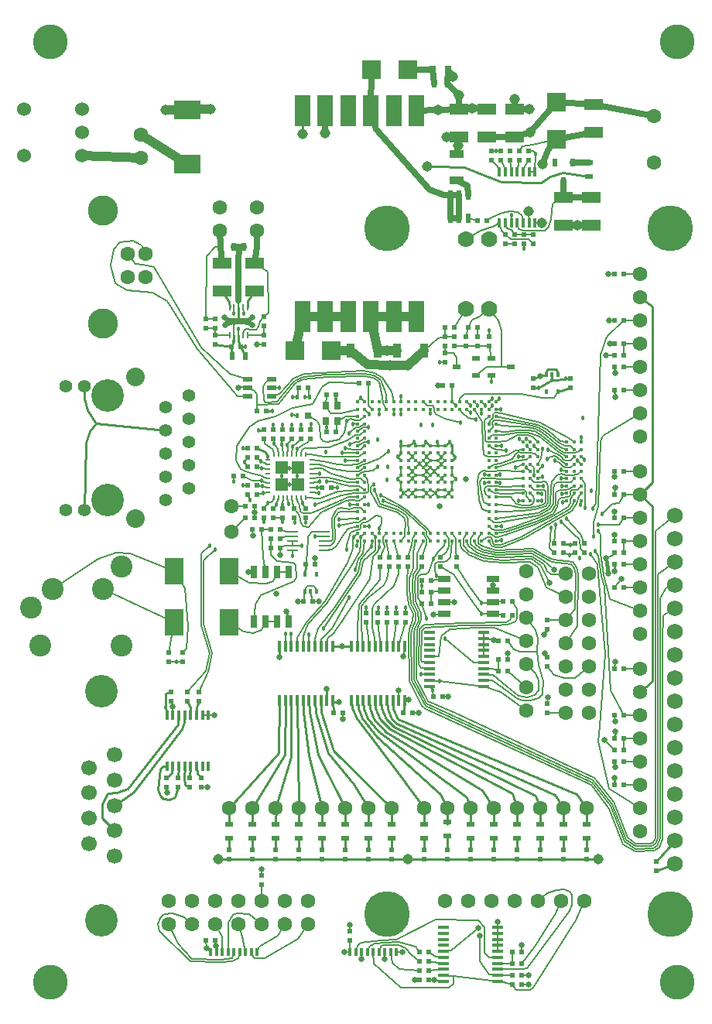
<source format=gtl>
G04 (created by PCBNEW-RS274X (2010-03-14)-final) date Wed 26 Oct 2011 11:50:53 AM EDT*
G01*
G70*
G90*
%MOIN*%
G04 Gerber Fmt 3.4, Leading zero omitted, Abs format*
%FSLAX34Y34*%
G04 APERTURE LIST*
%ADD10C,0.001000*%
%ADD11R,0.019700X0.023600*%
%ADD12R,0.023600X0.019700*%
%ADD13R,0.023600X0.035400*%
%ADD14R,0.082700X0.049200*%
%ADD15C,0.150000*%
%ADD16R,0.078700X0.118100*%
%ADD17R,0.118100X0.078700*%
%ADD18C,0.063000*%
%ADD19R,0.031500X0.035400*%
%ADD20C,0.129900*%
%ADD21C,0.060000*%
%ADD22C,0.015700*%
%ADD23R,0.047200X0.009800*%
%ADD24R,0.010200X0.031500*%
%ADD25R,0.118100X0.029500*%
%ADD26R,0.023600X0.009800*%
%ADD27R,0.009800X0.023600*%
%ADD28R,0.055100X0.055100*%
%ADD29R,0.016500X0.023600*%
%ADD30R,0.031500X0.027600*%
%ADD31R,0.015700X0.023600*%
%ADD32C,0.094500*%
%ADD33R,0.027600X0.055100*%
%ADD34R,0.023600X0.033500*%
%ADD35R,0.042000X0.023600*%
%ADD36R,0.013800X0.039400*%
%ADD37R,0.051200X0.013800*%
%ADD38R,0.013800X0.051200*%
%ADD39R,0.033500X0.023600*%
%ADD40R,0.055100X0.027600*%
%ADD41C,0.140000*%
%ADD42C,0.066900*%
%ADD43R,0.035400X0.023600*%
%ADD44R,0.063000X0.035400*%
%ADD45C,0.068900*%
%ADD46C,0.196900*%
%ADD47R,0.013000X0.032000*%
%ADD48C,0.080000*%
%ADD49C,0.055000*%
%ADD50C,0.070000*%
%ADD51R,0.035400X0.063000*%
%ADD52R,0.078700X0.078700*%
%ADD53R,0.027600X0.037400*%
%ADD54R,0.068900X0.135000*%
%ADD55R,0.023600X0.042000*%
%ADD56C,0.018000*%
%ADD57C,0.025000*%
%ADD58C,0.045000*%
%ADD59C,0.010000*%
%ADD60C,0.005000*%
%ADD61C,0.008000*%
%ADD62C,0.015000*%
%ADD63C,0.025000*%
%ADD64C,0.040000*%
G04 APERTURE END LIST*
G54D10*
G54D11*
X00897Y-13300D03*
X00503Y-13300D03*
X00897Y-12900D03*
X00503Y-12900D03*
X00097Y-12500D03*
X-00297Y-12500D03*
X00897Y-12500D03*
X00503Y-12500D03*
X02397Y-14000D03*
X02003Y-14000D03*
G54D12*
X-03900Y-17803D03*
X-03900Y-18197D03*
X-03300Y-18197D03*
X-03300Y-17803D03*
G54D11*
X02297Y-15600D03*
X01903Y-15600D03*
X-02297Y-30200D03*
X-01903Y-30200D03*
X11297Y-31700D03*
X10903Y-31700D03*
X10903Y-30700D03*
X11297Y-30700D03*
G54D12*
X08000Y-04903D03*
X08000Y-05297D03*
X08900Y-04203D03*
X08900Y-04597D03*
G54D11*
X10303Y-17300D03*
X10697Y-17300D03*
X06903Y-31900D03*
X07297Y-31900D03*
G54D12*
X11400Y-00197D03*
X11400Y00197D03*
X17100Y-26803D03*
X17100Y-27197D03*
X09400Y-04203D03*
X09400Y-04597D03*
X10600Y-00197D03*
X10600Y00197D03*
G54D11*
X02097Y-06400D03*
X01703Y-06400D03*
G54D12*
X12400Y-18003D03*
X12400Y-18397D03*
X12400Y-20397D03*
X12400Y-20003D03*
X12400Y-16403D03*
X12400Y-16797D03*
X00200Y-03732D03*
X00200Y-03338D03*
X00200Y-04532D03*
X00200Y-04138D03*
X-01900Y-03438D03*
X-01900Y-03832D03*
X-01900Y-04138D03*
X-01900Y-04532D03*
X-02300Y-03832D03*
X-02300Y-03438D03*
G54D11*
X-00803Y-04635D03*
X-01197Y-04635D03*
X00297Y-07400D03*
X-00097Y-07400D03*
G54D12*
X05690Y-26707D03*
X05690Y-26313D03*
X04690Y-26707D03*
X04690Y-26313D03*
X03690Y-26707D03*
X03690Y-26313D03*
X02690Y-26707D03*
X02690Y-26313D03*
X-04000Y-23597D03*
X-04000Y-23203D03*
X-02500Y-23203D03*
X-02500Y-23597D03*
X-03800Y-19503D03*
X-03800Y-19897D03*
X-03500Y-23203D03*
X-03500Y-23597D03*
X-03000Y-23203D03*
X-03000Y-23597D03*
X01690Y-26707D03*
X01690Y-26313D03*
X00690Y-26707D03*
X00690Y-26313D03*
X-00310Y-26707D03*
X-00310Y-26313D03*
X-01310Y-26707D03*
X-01310Y-26313D03*
G54D11*
X07897Y-19700D03*
X07503Y-19700D03*
X03597Y-20400D03*
X03203Y-20400D03*
X07397Y-15200D03*
X07003Y-15200D03*
X07397Y-14700D03*
X07003Y-14700D03*
X07397Y-15700D03*
X07003Y-15700D03*
X06597Y-20400D03*
X06203Y-20400D03*
G54D12*
X07083Y-26693D03*
X07083Y-26299D03*
X08083Y-26693D03*
X08083Y-26299D03*
X09083Y-26693D03*
X09083Y-26299D03*
X10083Y-26693D03*
X10083Y-26299D03*
X11083Y-26693D03*
X11083Y-26299D03*
X12083Y-26693D03*
X12083Y-26299D03*
X13083Y-26693D03*
X13083Y-26299D03*
X14083Y-26693D03*
X14083Y-26299D03*
X-03100Y-19897D03*
X-03100Y-19503D03*
X-02600Y-19897D03*
X-02600Y-19503D03*
G54D11*
X08297Y-06300D03*
X07903Y-06300D03*
X04697Y-06200D03*
X04303Y-06200D03*
G54D12*
X01000Y-11603D03*
X01000Y-11997D03*
X00600Y-11603D03*
X00600Y-11997D03*
X00200Y-11603D03*
X00200Y-11997D03*
G54D11*
X02703Y-10700D03*
X03097Y-10700D03*
X-00103Y-11000D03*
X-00497Y-11000D03*
G54D12*
X01500Y-11603D03*
X01500Y-11997D03*
G54D11*
X-00103Y-10600D03*
X-00497Y-10600D03*
G54D12*
X02000Y-11603D03*
X02000Y-11997D03*
G54D11*
X-00103Y-09800D03*
X-00497Y-09800D03*
X-00103Y-09400D03*
X-00497Y-09400D03*
G54D12*
X00200Y-08597D03*
X00200Y-08203D03*
G54D11*
X-00497Y-09000D03*
X-00103Y-09000D03*
G54D12*
X02200Y-08203D03*
X02200Y-08597D03*
G54D11*
X-01097Y-10200D03*
X-00703Y-10200D03*
G54D12*
X01400Y-08597D03*
X01400Y-08203D03*
X01800Y-08597D03*
X01800Y-08203D03*
X00600Y-08597D03*
X00600Y-08203D03*
X01000Y-08597D03*
X01000Y-08203D03*
G54D11*
X03297Y-06700D03*
X02903Y-06700D03*
X02903Y-08300D03*
X03297Y-08300D03*
X13997Y-13100D03*
X13603Y-13100D03*
X12703Y-13100D03*
X13097Y-13100D03*
X13997Y-13500D03*
X13603Y-13500D03*
X12703Y-13500D03*
X13097Y-13500D03*
X15697Y-01500D03*
X15303Y-01500D03*
X15697Y-11000D03*
X15303Y-11000D03*
X15697Y-03500D03*
X15303Y-03500D03*
X15697Y-06500D03*
X15303Y-06500D03*
G54D12*
X08500Y-14097D03*
X08500Y-13703D03*
X07800Y-14097D03*
X07800Y-13703D03*
X11800Y-06397D03*
X11800Y-06003D03*
X13400Y-06003D03*
X13400Y-06397D03*
G54D11*
X15697Y-15000D03*
X15303Y-15000D03*
X15697Y-10000D03*
X15303Y-10000D03*
X15697Y-18500D03*
X15303Y-18500D03*
X15697Y-23500D03*
X15303Y-23500D03*
X15697Y-12000D03*
X15303Y-12000D03*
X15697Y-20500D03*
X15303Y-20500D03*
X15697Y-21500D03*
X15303Y-21500D03*
X15697Y-13000D03*
X15303Y-13000D03*
X15697Y-04500D03*
X15303Y-04500D03*
X10503Y-16200D03*
X10897Y-16200D03*
X10503Y-15600D03*
X10897Y-15600D03*
X10303Y-18100D03*
X10697Y-18100D03*
G54D12*
X06300Y-16103D03*
X06300Y-16497D03*
X05900Y-16103D03*
X05900Y-16497D03*
X05500Y-16103D03*
X05500Y-16497D03*
X05100Y-16103D03*
X05100Y-16497D03*
X06000Y-13703D03*
X06000Y-14097D03*
X04600Y-16103D03*
X04600Y-16497D03*
X05600Y-13703D03*
X05600Y-14097D03*
X05200Y-13703D03*
X05200Y-14097D03*
G54D13*
X-01105Y-00335D03*
X-01695Y-00335D03*
X-00695Y-00335D03*
X-00105Y-00335D03*
X-01195Y-05035D03*
X-00605Y-05035D03*
G54D14*
X-01600Y-02235D03*
X-01600Y-01035D03*
X-00200Y-02235D03*
X-00200Y-01035D03*
G54D15*
X18000Y-32000D03*
X-09000Y08500D03*
X18000Y08500D03*
X-09000Y-32000D03*
G54D16*
X-03681Y-14300D03*
X-01319Y-14300D03*
X-03681Y-16500D03*
X-01319Y-16500D03*
G54D17*
X-03100Y05581D03*
X-03100Y03219D03*
G54D18*
X-05100Y03500D03*
X-05100Y04500D03*
X-01699Y01364D03*
X-01699Y00364D03*
X-00099Y01364D03*
X-00099Y00364D03*
X11500Y-14300D03*
X11500Y-15300D03*
X11500Y-16300D03*
X11500Y-17300D03*
X11500Y-18300D03*
X11500Y-19300D03*
X11500Y-20300D03*
X14200Y-20400D03*
X13200Y-20400D03*
X14200Y-19400D03*
X13200Y-19400D03*
X14200Y-18400D03*
X13200Y-18400D03*
X14200Y-17400D03*
X13200Y-17400D03*
X14200Y-16400D03*
X13200Y-16400D03*
X14200Y-15400D03*
X13200Y-15400D03*
X14200Y-14400D03*
X13200Y-14400D03*
X16400Y-01500D03*
X16400Y-02500D03*
X16400Y-04500D03*
X16400Y-05500D03*
X16400Y-06500D03*
X16400Y-07500D03*
X16400Y-08500D03*
X16400Y-03500D03*
X16400Y-10000D03*
X16400Y-11000D03*
X16400Y-13000D03*
X16400Y-14000D03*
X16400Y-15000D03*
X16400Y-16000D03*
X16400Y-17000D03*
X16400Y-12000D03*
X16400Y-18500D03*
X16400Y-19500D03*
X16400Y-21500D03*
X16400Y-22500D03*
X16400Y-23500D03*
X16400Y-24500D03*
X16400Y-25500D03*
X16400Y-20500D03*
G54D19*
X03346Y-07825D03*
X03346Y-07175D03*
X02854Y-07175D03*
X02854Y-07825D03*
G54D20*
X-06760Y01241D03*
X-06760Y-03641D03*
G54D18*
X-05693Y-00637D03*
X-04906Y-00637D03*
X-04906Y-01621D03*
X-05693Y-01621D03*
G54D21*
X-07650Y03600D03*
X-07650Y04600D03*
X-07650Y05600D03*
X-10150Y05600D03*
X-10150Y03600D03*
G54D22*
X04208Y-12993D03*
X04208Y-12678D03*
X04208Y-12363D03*
X04208Y-12048D03*
X04208Y-11733D03*
X04208Y-11418D03*
X04208Y-11103D03*
X04208Y-10788D03*
X04208Y-10473D03*
X04208Y-10158D03*
X04208Y-09843D03*
X04208Y-09528D03*
X04208Y-09213D03*
X04208Y-08898D03*
X04208Y-08583D03*
X04208Y-08268D03*
X04208Y-07953D03*
X04208Y-07638D03*
X04208Y-07323D03*
X04208Y-07008D03*
X04523Y-12993D03*
X04523Y-12678D03*
X04523Y-12363D03*
X04523Y-12048D03*
X04523Y-11733D03*
X04523Y-11418D03*
X04523Y-11103D03*
X04523Y-10788D03*
X04523Y-10473D03*
X04523Y-10158D03*
X04523Y-09843D03*
X04523Y-09528D03*
X04523Y-09213D03*
X04523Y-08898D03*
X04523Y-08583D03*
X04523Y-08268D03*
X04523Y-07953D03*
X04523Y-07638D03*
X04523Y-07323D03*
X04523Y-07008D03*
X04838Y-12993D03*
X04838Y-12678D03*
X04838Y-07323D03*
X04838Y-07008D03*
X05153Y-12993D03*
X05153Y-12678D03*
X05153Y-07323D03*
X05153Y-07008D03*
X05468Y-12993D03*
X05468Y-12678D03*
X05468Y-07323D03*
X05468Y-07008D03*
X05783Y-12993D03*
X05783Y-12678D03*
X05783Y-07323D03*
X05783Y-07008D03*
X06098Y-12993D03*
X06098Y-12678D03*
X06098Y-11103D03*
X06098Y-10788D03*
X06098Y-10473D03*
X06098Y-10158D03*
X06098Y-09843D03*
X06098Y-09528D03*
X06098Y-09213D03*
X06098Y-08898D03*
X06098Y-07323D03*
X06098Y-07008D03*
X06413Y-12993D03*
X06413Y-12678D03*
X06413Y-11103D03*
X06413Y-10788D03*
X06413Y-10473D03*
X06413Y-10158D03*
X06413Y-09843D03*
X06413Y-09528D03*
X06413Y-09213D03*
X06413Y-08898D03*
X06413Y-07323D03*
X06413Y-07008D03*
X06728Y-12993D03*
X06728Y-12678D03*
X06728Y-11103D03*
X06728Y-10788D03*
X06728Y-10473D03*
X06728Y-10158D03*
X06728Y-09843D03*
X06728Y-09528D03*
X06728Y-09213D03*
X06728Y-08898D03*
X06728Y-07323D03*
X06728Y-07008D03*
X07043Y-12993D03*
X07043Y-12678D03*
X07043Y-11103D03*
X07043Y-10788D03*
X07043Y-10473D03*
X07043Y-10158D03*
X07043Y-09843D03*
X07043Y-09528D03*
X07043Y-09213D03*
X07043Y-08898D03*
X07043Y-07323D03*
X07043Y-07008D03*
X07358Y-12993D03*
X07358Y-12678D03*
X07358Y-11103D03*
X07358Y-10788D03*
X07358Y-10473D03*
X07358Y-10158D03*
X07358Y-09843D03*
X07358Y-09528D03*
X07358Y-09213D03*
X07358Y-08898D03*
X07358Y-07323D03*
X07358Y-07008D03*
X07673Y-12993D03*
X07673Y-12678D03*
X07673Y-11103D03*
X07673Y-10788D03*
X07673Y-10473D03*
X07673Y-10158D03*
X07673Y-09843D03*
X07673Y-09528D03*
X07673Y-09213D03*
X07673Y-08898D03*
X07673Y-07323D03*
X07673Y-07008D03*
X07988Y-12993D03*
X07988Y-12678D03*
X07988Y-11103D03*
X07988Y-10788D03*
X07988Y-10473D03*
X07988Y-10158D03*
X07988Y-09843D03*
X07988Y-09528D03*
X07988Y-09213D03*
X07988Y-08898D03*
X07988Y-07323D03*
X07988Y-07008D03*
X08303Y-12993D03*
X08303Y-12678D03*
X08303Y-11103D03*
X08303Y-10788D03*
X08303Y-10473D03*
X08303Y-10158D03*
X08303Y-09843D03*
X08303Y-09528D03*
X08303Y-09213D03*
X08303Y-08898D03*
X08303Y-07323D03*
X08303Y-07008D03*
X08618Y-12993D03*
X08618Y-12678D03*
X08618Y-07323D03*
X08618Y-07008D03*
X08933Y-12993D03*
X08933Y-12678D03*
X08933Y-07323D03*
X08933Y-07008D03*
X09248Y-12993D03*
X09248Y-12678D03*
X09248Y-07323D03*
X09248Y-07008D03*
X09563Y-12993D03*
X09563Y-12678D03*
X09563Y-07323D03*
X09563Y-07008D03*
X09878Y-12993D03*
X09878Y-12678D03*
X09878Y-07323D03*
X09878Y-07008D03*
X10193Y-12993D03*
X10193Y-12678D03*
X10193Y-12363D03*
X10193Y-12048D03*
X10193Y-11733D03*
X10193Y-11418D03*
X10193Y-11103D03*
X10193Y-10788D03*
X10193Y-10473D03*
X10193Y-10158D03*
X10193Y-09843D03*
X10193Y-09528D03*
X10193Y-09213D03*
X10193Y-08898D03*
X10193Y-08583D03*
X10193Y-08268D03*
X10193Y-07953D03*
X10193Y-07638D03*
X10193Y-07323D03*
X10193Y-07008D03*
X09878Y-12363D03*
X09878Y-12048D03*
X09878Y-11733D03*
X09878Y-11418D03*
X09878Y-11103D03*
X09878Y-10788D03*
X09878Y-10473D03*
X09878Y-10158D03*
X09878Y-09843D03*
X09878Y-09528D03*
X09878Y-09213D03*
X09878Y-08898D03*
X09878Y-08583D03*
X09878Y-08268D03*
X09878Y-07953D03*
X09878Y-07638D03*
G54D23*
X01411Y-12608D03*
X01411Y-12804D03*
X01411Y-13000D03*
X01411Y-13196D03*
X01411Y-13392D03*
X02790Y-13392D03*
X02790Y-13196D03*
X02790Y-13000D03*
X02790Y-12804D03*
X02790Y-12608D03*
G54D24*
X-01294Y-04126D03*
X-01097Y-04126D03*
X-00900Y-04126D03*
X-00703Y-04126D03*
X-00506Y-04126D03*
X-00506Y-02944D03*
X-00703Y-02944D03*
X-00900Y-02944D03*
X-01097Y-02944D03*
X-01294Y-02944D03*
G54D25*
X-00900Y-03535D03*
G54D26*
X00355Y-09511D03*
X00355Y-09708D03*
X00355Y-09905D03*
X00355Y-10102D03*
X00355Y-10298D03*
X00355Y-10495D03*
X00355Y-10692D03*
X00355Y-10889D03*
X02245Y-10889D03*
X02245Y-10692D03*
X02245Y-10495D03*
X02245Y-10298D03*
X02245Y-10102D03*
X02245Y-09905D03*
X02245Y-09708D03*
X02245Y-09511D03*
G54D27*
X00611Y-11145D03*
X00808Y-11145D03*
X01005Y-11145D03*
X01202Y-11145D03*
X01398Y-11145D03*
X01595Y-11145D03*
X01792Y-11145D03*
X01989Y-11145D03*
X01989Y-09255D03*
X01792Y-09255D03*
X01595Y-09255D03*
X01398Y-09255D03*
X01202Y-09255D03*
X01005Y-09255D03*
X00808Y-09255D03*
X00611Y-09255D03*
G54D28*
X00946Y-09846D03*
X00946Y-10554D03*
X01654Y-10554D03*
X01654Y-09846D03*
G54D29*
X01636Y-07584D03*
G54D30*
X02089Y-07584D03*
G54D29*
X02148Y-06796D03*
X01636Y-06796D03*
G54D31*
X01944Y-15174D03*
X02200Y-15174D03*
X02456Y-15174D03*
X02456Y-14426D03*
X01944Y-14426D03*
X12856Y-05826D03*
X12600Y-05826D03*
X12344Y-05826D03*
X12344Y-06574D03*
X12856Y-06574D03*
G54D32*
X-09849Y-15859D03*
X-08904Y-15072D03*
X-06739Y-15072D03*
X-05951Y-14107D03*
X-05951Y-17493D03*
X-09455Y-17493D03*
G54D33*
X01250Y-14337D03*
X00750Y-14337D03*
X00250Y-14337D03*
X-00250Y-14337D03*
X-00250Y-16463D03*
X00250Y-16463D03*
X00750Y-16463D03*
X01250Y-16463D03*
G54D34*
X13100Y02487D03*
X13474Y03313D03*
X12726Y03313D03*
G54D35*
X00512Y-06774D03*
X00512Y-06400D03*
X00512Y-06026D03*
X-00512Y-06026D03*
X-00512Y-06400D03*
X-00512Y-06774D03*
G54D18*
X03690Y-24510D03*
X04690Y-24510D03*
X05690Y-24510D03*
X02690Y-24510D03*
X01690Y-24510D03*
X00690Y-24510D03*
X-00310Y-24510D03*
X-01310Y-24510D03*
X14083Y-24496D03*
X13083Y-24496D03*
X12083Y-24496D03*
X11083Y-24496D03*
X10083Y-24496D03*
X09083Y-24496D03*
X08083Y-24496D03*
X07083Y-24496D03*
G54D36*
X-03228Y-22702D03*
X-02972Y-22702D03*
X-02716Y-22702D03*
X-02460Y-22702D03*
X-02204Y-22702D03*
X-02204Y-20498D03*
X-02460Y-20498D03*
X-02716Y-20498D03*
X-02972Y-20498D03*
X-03228Y-20498D03*
X-03484Y-20498D03*
X-03740Y-20498D03*
X-03996Y-20498D03*
X-03484Y-22702D03*
X-03740Y-22702D03*
X-03996Y-22702D03*
G54D37*
X09669Y-19252D03*
X09669Y-18996D03*
X09669Y-18740D03*
X09669Y-18484D03*
X09669Y-18228D03*
X09669Y-17972D03*
X09669Y-17716D03*
X09669Y-17460D03*
X09669Y-17204D03*
X09669Y-16948D03*
X07331Y-16948D03*
X07331Y-17204D03*
X07331Y-17460D03*
X07331Y-17716D03*
X07331Y-17972D03*
X07331Y-18228D03*
X07331Y-18484D03*
X07331Y-18740D03*
X07331Y-18996D03*
X07331Y-19252D03*
G54D38*
X03152Y-17531D03*
X02896Y-17531D03*
X02640Y-17531D03*
X02384Y-17531D03*
X02128Y-17531D03*
X01872Y-17531D03*
X01616Y-17531D03*
X01360Y-17531D03*
X01104Y-17531D03*
X00848Y-17531D03*
X00848Y-19869D03*
X01104Y-19869D03*
X01360Y-19869D03*
X01616Y-19869D03*
X01872Y-19869D03*
X02128Y-19869D03*
X02384Y-19869D03*
X02640Y-19869D03*
X02896Y-19869D03*
X03152Y-19869D03*
X06252Y-17531D03*
X05996Y-17531D03*
X05740Y-17531D03*
X05484Y-17531D03*
X05228Y-17531D03*
X04972Y-17531D03*
X04716Y-17531D03*
X04460Y-17531D03*
X04204Y-17531D03*
X03948Y-17531D03*
X03948Y-19869D03*
X04204Y-19869D03*
X04460Y-19869D03*
X04716Y-19869D03*
X04972Y-19869D03*
X05228Y-19869D03*
X05484Y-19869D03*
X05740Y-19869D03*
X05996Y-19869D03*
X06252Y-19869D03*
G54D22*
X13860Y-11260D03*
X13545Y-11260D03*
X13230Y-11260D03*
X11970Y-11260D03*
X11655Y-11260D03*
X11340Y-11260D03*
X13860Y-10945D03*
X13545Y-10945D03*
X13230Y-10945D03*
X11970Y-10945D03*
X11655Y-10945D03*
X11340Y-10945D03*
X13860Y-10630D03*
X13545Y-10630D03*
X13230Y-10630D03*
X11970Y-10630D03*
X11655Y-10630D03*
X11340Y-10630D03*
X13860Y-10315D03*
X13545Y-10315D03*
X13230Y-10315D03*
X11970Y-10315D03*
X11655Y-10315D03*
X11340Y-10315D03*
X13860Y-10000D03*
X13545Y-10000D03*
X13230Y-10000D03*
X11970Y-10000D03*
X11655Y-10000D03*
X11340Y-10000D03*
X13860Y-09685D03*
X13545Y-09685D03*
X13230Y-09685D03*
X11970Y-09685D03*
X11655Y-09685D03*
X11340Y-09685D03*
X13860Y-09370D03*
X13545Y-09370D03*
X13230Y-09370D03*
X11970Y-09370D03*
X11655Y-09370D03*
X11340Y-09370D03*
X13860Y-09055D03*
X13545Y-09055D03*
X13230Y-09055D03*
X11970Y-09055D03*
X11655Y-09055D03*
X11340Y-09055D03*
X13860Y-08740D03*
X13545Y-08740D03*
X13230Y-08740D03*
X11970Y-08740D03*
X11655Y-08740D03*
X11340Y-08740D03*
G54D39*
X08487Y-05500D03*
X09313Y-05874D03*
X09313Y-05126D03*
G54D40*
X07937Y-14650D03*
X07937Y-15150D03*
X07937Y-15650D03*
X07937Y-16150D03*
X10063Y-16150D03*
X10063Y-15650D03*
X10063Y-15150D03*
X10063Y-14650D03*
G54D11*
X15697Y-05000D03*
X15303Y-05000D03*
X15303Y-05500D03*
X15697Y-05500D03*
X15697Y-13500D03*
X15303Y-13500D03*
X15303Y-14000D03*
X15697Y-14000D03*
X15697Y-22000D03*
X15303Y-22000D03*
X15303Y-22500D03*
X15697Y-22500D03*
X10697Y-18600D03*
X10303Y-18600D03*
G54D41*
X-06800Y-19480D03*
G54D42*
X-06241Y-22206D03*
X-06241Y-23297D03*
X-06241Y-24387D03*
X-06241Y-25478D03*
X-06241Y-26569D03*
X-07359Y-22752D03*
X-07359Y-23842D03*
X-07359Y-24933D03*
X-07359Y-26023D03*
G54D41*
X-06800Y-29319D03*
G54D12*
X10000Y03798D03*
X10000Y03404D03*
X10400Y03798D03*
X10400Y03404D03*
X10800Y03798D03*
X10800Y03404D03*
X11200Y03404D03*
X11200Y03798D03*
X11600Y03404D03*
X11600Y03798D03*
G54D11*
X09403Y00800D03*
X09797Y00800D03*
G54D12*
X08400Y-04597D03*
X08400Y-04203D03*
X09900Y-04203D03*
X09900Y-04597D03*
G54D11*
X09003Y-03800D03*
X09397Y-03800D03*
G54D12*
X08000Y-04203D03*
X08000Y-04597D03*
G54D11*
X08003Y-03800D03*
X08397Y-03800D03*
G54D12*
X11000Y00197D03*
X11000Y-00197D03*
X11800Y00197D03*
X11800Y-00197D03*
G54D11*
X11297Y-31200D03*
X10903Y-31200D03*
X06903Y-30700D03*
X07297Y-30700D03*
X06903Y-31100D03*
X07297Y-31100D03*
X10903Y-32100D03*
X11297Y-32100D03*
X06903Y-31500D03*
X07297Y-31500D03*
G54D12*
X00100Y-27403D03*
X00100Y-27797D03*
G54D13*
X08095Y06700D03*
X07505Y06700D03*
G54D43*
X14200Y02705D03*
X14200Y03295D03*
G54D44*
X08500Y03671D03*
X08500Y02529D03*
G54D45*
X17900Y-26898D03*
X17900Y-25898D03*
X17900Y-24898D03*
X17900Y-23898D03*
X17900Y-22898D03*
X17900Y-21898D03*
X17900Y-20898D03*
X17900Y-19898D03*
X17900Y-18898D03*
X17900Y-17898D03*
X17900Y-16898D03*
X17900Y-15898D03*
X17900Y-14898D03*
X17900Y-13898D03*
X17900Y-12898D03*
X17900Y-11898D03*
G54D46*
X17703Y-29063D03*
X05498Y-29063D03*
X05498Y00464D03*
X17703Y00464D03*
G54D43*
X-01300Y-25205D03*
X-01300Y-25795D03*
X-00300Y-25205D03*
X-00300Y-25795D03*
X00700Y-25205D03*
X00700Y-25795D03*
X01700Y-25205D03*
X01700Y-25795D03*
X02700Y-25205D03*
X02700Y-25795D03*
X03700Y-25205D03*
X03700Y-25795D03*
X04700Y-25205D03*
X04700Y-25795D03*
X05700Y-25205D03*
X05700Y-25795D03*
X07100Y-25205D03*
X07100Y-25795D03*
X08100Y-25105D03*
X08100Y-25695D03*
X09100Y-25205D03*
X09100Y-25795D03*
X10100Y-25205D03*
X10100Y-25795D03*
X11100Y-25205D03*
X11100Y-25795D03*
X12100Y-25205D03*
X12100Y-25795D03*
X13100Y-25205D03*
X13100Y-25795D03*
G54D47*
X-02100Y-30700D03*
X-01850Y-30700D03*
X-01600Y-30700D03*
X-01350Y-30700D03*
X-01100Y-30700D03*
X-00850Y-30700D03*
X-00600Y-30700D03*
X-00350Y-30700D03*
X-00100Y-30700D03*
G54D18*
X02100Y-28500D03*
X02100Y-29500D03*
X01100Y-28500D03*
X01100Y-29500D03*
X00100Y-28500D03*
X00100Y-29500D03*
X-00900Y-28500D03*
X-00900Y-29500D03*
X-01900Y-28500D03*
X-01900Y-29500D03*
X-02900Y-28500D03*
X-02900Y-29500D03*
X-03900Y-28500D03*
X-03900Y-29500D03*
G54D12*
X03900Y-29803D03*
X03900Y-30197D03*
G54D47*
X03900Y-30700D03*
X04150Y-30700D03*
X04400Y-30700D03*
X04650Y-30700D03*
X04900Y-30700D03*
X05150Y-30700D03*
X05400Y-30700D03*
X05650Y-30700D03*
X05900Y-30700D03*
G54D37*
X10269Y-31952D03*
X10269Y-31696D03*
X10269Y-31440D03*
X10269Y-31184D03*
X10269Y-30928D03*
X10269Y-30672D03*
X10269Y-30416D03*
X10269Y-30160D03*
X10269Y-29904D03*
X10269Y-29648D03*
X07931Y-29648D03*
X07931Y-29904D03*
X07931Y-30160D03*
X07931Y-30416D03*
X07931Y-30672D03*
X07931Y-30928D03*
X07931Y-31184D03*
X07931Y-31440D03*
X07931Y-31696D03*
X07931Y-31952D03*
G54D18*
X08000Y-28500D03*
X09000Y-28500D03*
X10000Y-28500D03*
X11000Y-28500D03*
X12000Y-28500D03*
X13000Y-28500D03*
X14000Y-28500D03*
G54D41*
X-06550Y-06750D03*
X-06550Y-11250D03*
G54D48*
X-05350Y-05950D03*
X-05350Y-12050D03*
G54D49*
X-07550Y-06330D03*
X-08350Y-06330D03*
X-07550Y-11670D03*
X-08350Y-11670D03*
X-03050Y-06750D03*
X-04050Y-07250D03*
X-03050Y-07750D03*
X-04050Y-08250D03*
X-03050Y-08750D03*
X-04050Y-09250D03*
X-03050Y-09750D03*
X-04050Y-10250D03*
X-03050Y-10750D03*
X-04050Y-11250D03*
G54D43*
X14083Y-25201D03*
X14083Y-25791D03*
G54D14*
X08600Y05600D03*
X08600Y04400D03*
X13100Y01800D03*
X13100Y00600D03*
X09800Y04400D03*
X09800Y05600D03*
G54D50*
X08900Y-03000D03*
X09900Y-03000D03*
X09900Y00000D03*
X08900Y00000D03*
G54D39*
X10813Y-05500D03*
X09987Y-05126D03*
X09987Y-05874D03*
G54D51*
X07071Y-04800D03*
X05929Y-04800D03*
X03929Y-04800D03*
X05071Y-04800D03*
G54D52*
X01513Y-04800D03*
X03087Y-04800D03*
G54D14*
X14300Y01800D03*
X14300Y00600D03*
G54D53*
X08135Y07300D03*
X07465Y07300D03*
G54D52*
X04813Y07300D03*
X06387Y07300D03*
G54D54*
X06761Y05543D03*
X05776Y05543D03*
X04792Y05543D03*
X03808Y05543D03*
X02824Y05543D03*
X01839Y05543D03*
X01839Y-03343D03*
X02824Y-03343D03*
X03808Y-03343D03*
X04792Y-03343D03*
X05776Y-03343D03*
X06761Y-03343D03*
G54D55*
X08226Y00888D03*
X08600Y00888D03*
X08974Y00888D03*
X08974Y01912D03*
X08600Y01912D03*
X08226Y01912D03*
G54D36*
X11100Y00708D03*
X11356Y00708D03*
X11612Y00708D03*
X11868Y00708D03*
X11868Y02893D03*
X11612Y02893D03*
X11356Y02893D03*
X11100Y02893D03*
X10844Y02893D03*
X10588Y02893D03*
X10332Y02893D03*
X10844Y00708D03*
X10588Y00708D03*
X10332Y00708D03*
G54D52*
X12800Y04313D03*
X12800Y05887D03*
G54D14*
X14400Y05800D03*
X14400Y04600D03*
G54D18*
X17000Y05300D03*
X17000Y03300D03*
G54D14*
X11000Y04400D03*
X11000Y05600D03*
G54D12*
X07000Y-14097D03*
X07000Y-13703D03*
X06400Y-14097D03*
X06400Y-13703D03*
G54D18*
X-01200Y-11500D03*
X-01200Y-12600D03*
G54D11*
X-00597Y-11500D03*
X-00203Y-11500D03*
X-00597Y-12000D03*
X-00203Y-12000D03*
G54D56*
X03859Y-08377D03*
X01854Y-11374D03*
X14014Y-11576D03*
X10421Y-12362D03*
X04107Y-14237D03*
X04573Y-15863D03*
X00101Y-10385D03*
X01251Y-11401D03*
X00367Y-09353D03*
X01615Y-09038D03*
X-00662Y-09598D03*
X00601Y-07989D03*
X00998Y-07986D03*
X01395Y-07986D03*
X01799Y-07986D03*
X04969Y-10816D03*
X02539Y-10943D03*
G54D57*
X15297Y-23200D03*
X15603Y-14641D03*
X15320Y-06792D03*
G54D56*
X13784Y-13740D03*
X07999Y-17215D03*
X05901Y-15859D03*
X07503Y-13755D03*
X07177Y-16324D03*
G54D57*
X15309Y-05761D03*
X15301Y-14316D03*
X15305Y-22738D03*
G54D56*
X09563Y-16121D03*
X06302Y-15863D03*
X04731Y-12368D03*
X14739Y-11844D03*
X05160Y-12475D03*
X14368Y-11601D03*
X03857Y-15435D03*
X03740Y-13351D03*
X04997Y-12836D03*
X14574Y-12301D03*
X02754Y-16764D03*
X02132Y-17025D03*
X04067Y-12823D03*
X14459Y-13424D03*
X05169Y-13251D03*
X14383Y-12787D03*
X04833Y-13240D03*
X14589Y-12561D03*
X04367Y-12837D03*
X14244Y-13571D03*
X04693Y-11418D03*
X01353Y-17011D03*
X03883Y-11425D03*
X01119Y-16989D03*
X02476Y-10696D03*
X04910Y-10552D03*
X03757Y-07821D03*
X02595Y-10439D03*
X05231Y-11040D03*
X-02163Y-13200D03*
X00112Y-10638D03*
X03902Y-08837D03*
X00998Y-11428D03*
X02372Y-11420D03*
X03676Y-09546D03*
X00734Y-11447D03*
X03549Y-09199D03*
X00348Y-11383D03*
X00150Y-10936D03*
X03690Y-08994D03*
X12187Y-09020D03*
X09390Y-07153D03*
X09544Y-15652D03*
G54D57*
X14922Y-05004D03*
X14912Y-13729D03*
X15010Y-14409D03*
X14840Y-21580D03*
G54D56*
X05501Y-15868D03*
X11158Y-09369D03*
X09309Y-07757D03*
X05104Y-15854D03*
X07615Y-14498D03*
X06956Y-18737D03*
X09084Y-07468D03*
X11813Y-10162D03*
X11035Y-09829D03*
X09090Y-07165D03*
G54D57*
X12674Y-14225D03*
G54D56*
X05330Y-11278D03*
X-01927Y-13379D03*
X02587Y-10085D03*
X02878Y-10435D03*
G54D57*
X12472Y-14791D03*
G54D56*
X11882Y03663D03*
G54D58*
X11648Y04597D03*
X12139Y00713D03*
X12198Y03226D03*
G54D57*
X-00907Y-06384D03*
G54D58*
X06396Y-05431D03*
X05614Y-05422D03*
G54D56*
X-00698Y-08993D03*
G54D57*
X-00309Y-03381D03*
X-00307Y-03688D03*
X-01492Y-03688D03*
X-01500Y-03378D03*
X-00899Y-02621D03*
X-00903Y-01844D03*
X-00899Y-01015D03*
X-00888Y-00336D03*
G54D56*
X-01097Y-04396D03*
G54D57*
X10098Y-17261D03*
X10691Y-17834D03*
G54D56*
X12597Y-06065D03*
X13198Y-06013D03*
X12035Y-06392D03*
G54D58*
X05501Y-04794D03*
G54D57*
X-02264Y-30549D03*
X05399Y-31016D03*
X04392Y-31013D03*
X06687Y-31888D03*
X11298Y-30397D03*
X10266Y-29399D03*
G54D58*
X-02102Y05592D03*
X-04044Y05582D03*
G54D56*
X07753Y-05296D03*
X09896Y-03927D03*
X09986Y-06120D03*
G54D58*
X06375Y-26692D03*
X14599Y-26688D03*
X-01795Y-26712D03*
G54D57*
X11583Y-31700D03*
X03891Y-29550D03*
G54D56*
X01299Y-09872D03*
X01622Y-10194D03*
X00946Y-10209D03*
X01295Y-10554D03*
X02841Y-09170D03*
X02877Y-08093D03*
X03303Y-06907D03*
X00868Y-06397D03*
G54D57*
X00721Y-15281D03*
X-00491Y-14328D03*
X00897Y-13604D03*
G54D56*
X01830Y-13195D03*
G54D57*
X07489Y-16159D03*
X02550Y-15603D03*
X02389Y-13744D03*
G54D56*
X01504Y-12197D03*
X04362Y-06820D03*
X06097Y-07539D03*
X07355Y-07494D03*
X06967Y-08015D03*
X05091Y-08619D03*
X05519Y-09788D03*
X05498Y-10364D03*
X07196Y-10307D03*
X06576Y-09995D03*
X06570Y-09357D03*
X07196Y-09372D03*
X07827Y-09385D03*
X06570Y-10307D03*
X07837Y-10314D03*
X07821Y-09688D03*
X06877Y-09679D03*
X07199Y-09998D03*
X07199Y-09998D03*
X07514Y-09995D03*
X07199Y-09685D03*
G54D57*
X07693Y-06297D03*
X12269Y-17039D03*
X00843Y-18003D03*
X03555Y-17528D03*
X06178Y-17956D03*
X03597Y-20667D03*
X06841Y-20401D03*
X05992Y-19419D03*
X-01960Y-20492D03*
X-03739Y-20142D03*
X-02240Y-23601D03*
X02888Y-19373D03*
G54D56*
X04189Y-13215D03*
X04687Y-08734D03*
X10404Y-12968D03*
X10336Y-06858D03*
X01397Y-07583D03*
X13821Y-11445D03*
X13054Y-11337D03*
X12159Y-10973D03*
X13008Y-10625D03*
X12173Y-10231D03*
X12971Y-09944D03*
X13862Y-08527D03*
X13359Y-13590D03*
G54D57*
X15030Y-01497D03*
X15305Y-10695D03*
X15296Y-12718D03*
X15305Y-18186D03*
X15324Y-21195D03*
X-00291Y-12766D03*
G54D56*
X00201Y-12175D03*
X-03586Y-18200D03*
X00556Y-07402D03*
X-00049Y-08250D03*
G54D57*
X15301Y-10249D03*
X08897Y-10345D03*
G54D56*
X-00397Y-11222D03*
X-00716Y-10603D03*
G54D57*
X15079Y-04499D03*
X08113Y-19699D03*
X-03995Y-23838D03*
G54D56*
X04031Y-07951D03*
G54D57*
X07765Y-11498D03*
X-00100Y-04527D03*
G54D58*
X08540Y04021D03*
X10989Y06038D03*
X11615Y05592D03*
X08040Y04408D03*
X13699Y00604D03*
G54D56*
X11401Y-00390D03*
X10199Y03801D03*
G54D58*
X02819Y04567D03*
X11600Y01198D03*
G54D56*
X03407Y-12322D03*
X11498Y-09843D03*
X09568Y-07504D03*
X09698Y-10490D03*
X12563Y-12421D03*
X10366Y-10485D03*
X12973Y-12183D03*
X05071Y-09790D03*
X09672Y-10147D03*
X12768Y-12296D03*
X10369Y-10148D03*
X13215Y-12038D03*
X05549Y-09121D03*
X01968Y-06794D03*
X07739Y-19041D03*
X-00903Y-03882D03*
X-01113Y-03187D03*
X-00693Y-03187D03*
X-00609Y-04641D03*
X09711Y-07153D03*
X13702Y-09532D03*
X10428Y-08906D03*
X13997Y-09507D03*
X11821Y-08904D03*
X10031Y-06855D03*
X11509Y-08911D03*
X10033Y-07166D03*
X11503Y-08594D03*
X10395Y-07320D03*
X12727Y-09535D03*
X08643Y-07911D03*
X12420Y-09053D03*
X10616Y-09103D03*
X12376Y-09466D03*
X08454Y-07156D03*
X01186Y-08868D03*
X03407Y-12059D03*
X00062Y-09551D03*
X00611Y-08805D03*
G54D57*
X09481Y-30011D03*
G54D56*
X00958Y-08836D03*
X01408Y-08937D03*
G54D57*
X09431Y-29658D03*
G54D56*
X00090Y-09880D03*
X10847Y01023D03*
X08968Y02296D03*
G54D58*
X07228Y03127D03*
X01853Y04547D03*
X08317Y06990D03*
X09164Y05618D03*
X08596Y06202D03*
X07703Y05556D03*
G54D56*
X06650Y-08717D03*
X07153Y-08719D03*
X07656Y-08723D03*
X08184Y-08724D03*
X06099Y-08720D03*
X08436Y-09385D03*
X05949Y-09371D03*
X07438Y-08009D03*
X-01101Y-10431D03*
X11194Y-08609D03*
X12159Y-11257D03*
X12205Y-10622D03*
X12192Y-09779D03*
X13035Y-10961D03*
X13003Y-10292D03*
X11166Y-11258D03*
X06195Y-10942D03*
X06601Y-10939D03*
X07192Y-10928D03*
X07596Y-10945D03*
X08150Y-10928D03*
X05948Y-10320D03*
X08450Y-10323D03*
X03361Y-10690D03*
X02003Y-12197D03*
X02378Y-12809D03*
G54D57*
X01168Y-16036D03*
X01652Y-15599D03*
G54D56*
X07003Y-14950D03*
G54D57*
X10064Y-14904D03*
X08390Y-15646D03*
X12292Y-17833D03*
X12409Y-19741D03*
G54D56*
X13371Y-13152D03*
X02208Y-07983D03*
X01429Y-06793D03*
G54D57*
X03413Y-19926D03*
X06404Y-19820D03*
G54D56*
X13904Y-07692D03*
X14299Y-10842D03*
X01003Y-12179D03*
X01412Y-13634D03*
X07461Y-19450D03*
X-04051Y-20158D03*
G54D57*
X15053Y-03499D03*
X15300Y-11719D03*
X15306Y-20776D03*
G54D56*
X04688Y-08114D03*
X04727Y-07545D03*
X05154Y-07546D03*
X05774Y-07546D03*
X06098Y-06771D03*
G54D57*
X-00202Y-11752D03*
X00099Y-27145D03*
X07519Y-31907D03*
X11580Y-32104D03*
X12087Y-05914D03*
X-01877Y-30432D03*
X06137Y-30694D03*
X03657Y-30703D03*
G54D59*
X00705Y-24459D02*
X00690Y-25215D01*
G54D60*
X17899Y-11898D02*
X17048Y-12580D01*
X00355Y-10298D02*
X00198Y-10251D01*
X00198Y-10251D02*
X00128Y-10187D01*
X00128Y-10187D02*
X-00269Y-10105D01*
X-00269Y-10105D02*
X-00622Y-09989D01*
X-00622Y-09989D02*
X-00808Y-09890D01*
X-00808Y-09890D02*
X-01025Y-09544D01*
X-01025Y-09544D02*
X-00980Y-08887D01*
X-00980Y-08887D02*
X-00449Y-08101D01*
X-00069Y-07819D02*
X00697Y-07650D01*
X00697Y-07650D02*
X01406Y-07256D01*
X01406Y-07256D02*
X02281Y-07087D01*
X02281Y-07087D02*
X02467Y-06796D01*
X02467Y-06796D02*
X02676Y-06369D01*
X02676Y-06369D02*
X02995Y-06159D01*
X02995Y-06159D02*
X04303Y-06200D01*
X-00449Y-08101D02*
X-00069Y-07819D01*
X04522Y-07953D02*
X04275Y-08102D01*
X04275Y-08102D02*
X04166Y-08112D01*
X04166Y-08112D02*
X04132Y-08132D01*
X04132Y-08132D02*
X04025Y-08193D01*
X04025Y-08193D02*
X03859Y-08377D01*
X02000Y-11603D02*
X01870Y-11465D01*
X01854Y-11374D02*
X01792Y-11145D01*
X01854Y-11374D02*
X01870Y-11465D01*
X04208Y-11103D02*
X03833Y-11101D01*
X01595Y-11145D02*
X01639Y-11350D01*
X01639Y-11350D02*
X01714Y-11480D01*
X01714Y-11480D02*
X01762Y-11737D01*
X01762Y-11737D02*
X01880Y-11810D01*
X01880Y-11810D02*
X02229Y-11791D01*
X02229Y-11791D02*
X02616Y-11621D01*
X02616Y-11621D02*
X03620Y-11194D01*
X03620Y-11194D02*
X03833Y-11101D01*
X10193Y-10788D02*
X11383Y-10790D01*
X11383Y-10790D02*
X11466Y-10840D01*
X11466Y-10840D02*
X11498Y-10928D01*
X11498Y-10928D02*
X11500Y-11056D01*
X11500Y-11056D02*
X11655Y-11260D01*
X09878Y-10788D02*
X10116Y-10938D01*
X10116Y-10938D02*
X10554Y-10969D01*
X10554Y-10969D02*
X11340Y-10945D01*
X13860Y-10315D02*
X14035Y-10541D01*
X14035Y-10541D02*
X14012Y-11368D01*
X14014Y-11576D02*
X14012Y-11368D01*
X10193Y-12362D02*
X10421Y-12362D01*
X13545Y-10630D02*
X13304Y-10779D01*
X13304Y-10779D02*
X13183Y-10789D01*
X13183Y-10789D02*
X12951Y-10796D01*
X12951Y-10796D02*
X12752Y-10887D01*
X12752Y-10887D02*
X12740Y-11436D01*
X12740Y-11436D02*
X12577Y-11721D01*
X12577Y-11721D02*
X12027Y-12003D01*
X12027Y-12003D02*
X11014Y-12363D01*
X11014Y-12363D02*
X10439Y-12533D01*
X10439Y-12533D02*
X10189Y-12523D01*
X10189Y-12523D02*
X10022Y-12512D01*
X10022Y-12512D02*
X09878Y-12363D01*
X13860Y-10630D02*
X13675Y-10789D01*
X13675Y-10789D02*
X13493Y-10792D01*
X13493Y-10792D02*
X13403Y-10848D01*
X13403Y-10848D02*
X13384Y-10988D01*
X13384Y-10988D02*
X13342Y-11058D01*
X13342Y-11058D02*
X13274Y-11097D01*
X13274Y-11097D02*
X13025Y-11136D01*
X13025Y-11136D02*
X12899Y-11212D01*
X12899Y-11212D02*
X12855Y-11335D01*
X12855Y-11335D02*
X12828Y-11541D01*
X12828Y-11541D02*
X12641Y-11817D01*
X12641Y-11817D02*
X11928Y-12163D01*
X11928Y-12163D02*
X10605Y-12613D01*
X10605Y-12613D02*
X10193Y-12678D01*
X13545Y-10945D02*
X13421Y-11129D01*
X13421Y-11129D02*
X13385Y-11246D01*
X13385Y-11246D02*
X13381Y-11363D01*
X13381Y-11363D02*
X13276Y-11540D01*
X13276Y-11540D02*
X12636Y-11940D01*
X12636Y-11940D02*
X11915Y-12281D01*
X11915Y-12281D02*
X10574Y-12730D01*
X10574Y-12730D02*
X10262Y-12823D01*
X10262Y-12823D02*
X10157Y-12839D01*
X10157Y-12839D02*
X10016Y-12746D01*
X10016Y-12746D02*
X09878Y-12678D01*
X09878Y-12993D02*
X09988Y-13207D01*
X09988Y-13207D02*
X10142Y-13274D01*
X10142Y-13274D02*
X10455Y-13267D01*
X10455Y-13267D02*
X11408Y-12873D01*
X11408Y-12873D02*
X13448Y-11716D01*
X13448Y-11716D02*
X13694Y-11336D01*
X13694Y-11336D02*
X13723Y-11129D01*
X13723Y-11129D02*
X13860Y-10945D01*
X09563Y-12993D02*
X09823Y-12839D01*
X09823Y-12839D02*
X09953Y-12839D01*
X09953Y-12839D02*
X10035Y-12942D01*
X10035Y-12942D02*
X10046Y-13084D01*
X10046Y-13084D02*
X10116Y-13153D01*
X10116Y-13153D02*
X10391Y-13168D01*
X10391Y-13168D02*
X11258Y-12826D01*
X11258Y-12826D02*
X13366Y-11647D01*
X13366Y-11647D02*
X13467Y-11489D01*
X13467Y-11489D02*
X13545Y-11260D01*
X10193Y-11103D02*
X10836Y-11109D01*
X10836Y-11109D02*
X11046Y-11403D01*
X11046Y-11403D02*
X11333Y-11472D01*
X11333Y-11472D02*
X11649Y-11461D01*
X11649Y-11461D02*
X11758Y-11409D01*
X11758Y-11409D02*
X11807Y-11296D01*
X11807Y-11296D02*
X11813Y-11193D01*
X11813Y-11193D02*
X11778Y-11072D01*
X11778Y-11072D02*
X11655Y-10945D01*
X09878Y-11103D02*
X09719Y-10963D01*
X09719Y-10963D02*
X09682Y-10803D01*
X09682Y-10803D02*
X09712Y-10679D01*
X09712Y-10679D02*
X09840Y-10632D01*
X09840Y-10632D02*
X10258Y-10634D01*
X10258Y-10634D02*
X10387Y-10667D01*
X10387Y-10667D02*
X11340Y-10630D01*
X11655Y-10630D02*
X11810Y-10784D01*
X11810Y-10784D02*
X12251Y-10788D01*
X12251Y-10788D02*
X12321Y-10855D01*
X12321Y-10855D02*
X12334Y-10980D01*
X12334Y-10980D02*
X12322Y-11326D01*
X12322Y-11326D02*
X12227Y-11428D01*
X12227Y-11428D02*
X11866Y-11532D01*
X11866Y-11532D02*
X11561Y-11575D01*
X11561Y-11575D02*
X11227Y-11572D01*
X11227Y-11572D02*
X10782Y-11462D01*
X10782Y-11462D02*
X10193Y-11418D01*
X09878Y-11418D02*
X09645Y-11343D01*
X09645Y-11343D02*
X09509Y-10767D01*
X09509Y-10767D02*
X09498Y-10424D01*
X09498Y-10424D02*
X09598Y-10314D01*
X09865Y-10313D02*
X09598Y-10314D01*
X09865Y-10313D02*
X10505Y-10321D01*
X10505Y-10321D02*
X11340Y-10315D01*
X11655Y-10315D02*
X11822Y-10465D01*
X11822Y-10465D02*
X12048Y-10473D01*
X12048Y-10473D02*
X12299Y-10445D01*
X12299Y-10445D02*
X12387Y-10498D01*
X12387Y-10498D02*
X12426Y-10691D01*
X12426Y-10691D02*
X12436Y-11044D01*
X12436Y-11044D02*
X12421Y-11363D01*
X12421Y-11363D02*
X12312Y-11509D01*
X12312Y-11509D02*
X11843Y-11643D01*
X11843Y-11643D02*
X11323Y-11705D01*
X11323Y-11705D02*
X10527Y-11720D01*
X10527Y-11720D02*
X10193Y-11733D01*
X11340Y-10000D02*
X10328Y-09981D01*
X10328Y-09981D02*
X10123Y-10012D01*
X10123Y-10012D02*
X09830Y-10002D01*
X09830Y-10002D02*
X09661Y-09976D01*
X09661Y-09976D02*
X09557Y-10011D01*
X09557Y-10011D02*
X09468Y-10115D01*
X09468Y-10115D02*
X09381Y-10389D01*
X09381Y-10389D02*
X09437Y-11226D01*
X09437Y-11226D02*
X09599Y-11644D01*
X09599Y-11644D02*
X09878Y-11733D01*
X13860Y-10000D02*
X13679Y-10141D01*
X13679Y-10141D02*
X13459Y-10169D01*
X13459Y-10169D02*
X13197Y-10156D01*
X13197Y-10156D02*
X12979Y-10115D01*
X12979Y-10115D02*
X12827Y-10158D01*
X12827Y-10158D02*
X12595Y-10445D01*
X12595Y-10445D02*
X12554Y-10702D01*
X12554Y-10702D02*
X12521Y-11394D01*
X12521Y-11394D02*
X12422Y-11566D01*
X12422Y-11566D02*
X11975Y-11792D01*
X11975Y-11792D02*
X10193Y-12048D01*
X10088Y-12201D02*
X09878Y-12048D01*
X10088Y-12201D02*
X10334Y-12204D01*
X10334Y-12204D02*
X12035Y-11885D01*
X12035Y-11885D02*
X12503Y-11638D01*
X12503Y-11638D02*
X12640Y-11389D01*
X12640Y-11389D02*
X12655Y-10704D01*
X12655Y-10704D02*
X12707Y-10535D01*
X12707Y-10535D02*
X12869Y-10469D01*
X12869Y-10469D02*
X13069Y-10454D01*
X13069Y-10454D02*
X13300Y-10477D01*
X13300Y-10477D02*
X13404Y-10475D01*
X13404Y-10475D02*
X13545Y-10315D01*
X05783Y-12993D02*
X06000Y-13703D01*
X04523Y-12993D02*
X04466Y-13523D01*
X04466Y-13523D02*
X04251Y-13782D01*
X04107Y-14237D02*
X04251Y-13782D01*
X04600Y-16103D02*
X04573Y-15863D01*
X00101Y-10385D02*
X00196Y-10461D01*
X00196Y-10461D02*
X00355Y-10495D01*
X-00703Y-10200D02*
X-00300Y-10405D01*
X-00300Y-10405D02*
X00101Y-10385D01*
X01202Y-11145D02*
X01251Y-11401D01*
X00355Y-09511D02*
X00367Y-09353D01*
X01615Y-09038D02*
X01595Y-09255D01*
X-00497Y-09800D02*
X-00662Y-09598D01*
X-00497Y-09400D02*
X-00662Y-09598D01*
X01615Y-09038D02*
X01838Y-08856D01*
X01838Y-08856D02*
X02052Y-08765D01*
X02052Y-08765D02*
X02200Y-08597D01*
X00600Y-08203D02*
X00601Y-07989D01*
X01000Y-08203D02*
X00998Y-07986D01*
X01400Y-08203D02*
X01395Y-07986D01*
X01800Y-08203D02*
X01799Y-07986D01*
G54D59*
X-00103Y-09000D02*
X00242Y-09173D01*
X00242Y-09173D02*
X00367Y-09353D01*
X-04050Y-08250D02*
X-07052Y-07948D01*
X-07052Y-07948D02*
X-07402Y-07380D01*
X-07402Y-07380D02*
X-07550Y-06851D01*
X-07550Y-06851D02*
X-07550Y-06330D01*
X-07550Y-11670D02*
X-07488Y-08757D01*
X-07488Y-08757D02*
X-07325Y-08259D01*
X-07325Y-08259D02*
X-07052Y-07948D01*
G54D60*
X06716Y-14509D02*
X06685Y-14884D01*
X06685Y-14884D02*
X06724Y-15587D01*
X06724Y-15587D02*
X06823Y-15843D01*
X06823Y-15843D02*
X06940Y-16086D01*
X06967Y-16410D02*
X06776Y-16784D01*
X06748Y-18259D02*
X06776Y-16784D01*
X06748Y-18259D02*
X06753Y-18920D01*
X06753Y-18920D02*
X07260Y-19904D01*
X07260Y-19904D02*
X08415Y-20403D01*
X08415Y-20403D02*
X14420Y-23188D01*
X14420Y-23188D02*
X15263Y-24231D01*
X15263Y-24231D02*
X15868Y-25771D01*
X15868Y-25771D02*
X16198Y-26025D01*
X16198Y-26025D02*
X16841Y-26041D01*
X16841Y-26041D02*
X16965Y-25971D01*
X16965Y-25971D02*
X17041Y-25798D01*
X17041Y-25798D02*
X17047Y-12571D01*
X06940Y-16086D02*
X06967Y-16410D01*
X06716Y-14509D02*
X07000Y-14097D01*
X06353Y-14763D02*
X06365Y-15217D01*
X06365Y-15217D02*
X06434Y-15730D01*
X06434Y-15730D02*
X06613Y-16146D01*
X06613Y-16146D02*
X06603Y-16427D01*
X06603Y-16427D02*
X06512Y-16609D01*
X06512Y-16609D02*
X06440Y-16807D01*
X06440Y-16807D02*
X06416Y-17056D01*
X06416Y-17056D02*
X06445Y-19038D01*
X06445Y-19038D02*
X06987Y-20109D01*
X06987Y-20109D02*
X07141Y-20233D01*
X07141Y-20233D02*
X14287Y-23510D01*
X14287Y-23510D02*
X15049Y-24519D01*
X15049Y-24519D02*
X15657Y-26062D01*
X15657Y-26062D02*
X16175Y-26371D01*
X16175Y-26371D02*
X17000Y-26340D01*
X17000Y-26340D02*
X17205Y-26214D01*
X17205Y-26214D02*
X17363Y-25818D01*
X17363Y-25818D02*
X17357Y-17310D01*
X17357Y-17310D02*
X17384Y-16192D01*
X17900Y-15898D02*
X17386Y-16188D01*
X06353Y-14763D02*
X06400Y-14097D01*
X06580Y-14872D02*
X06628Y-15656D01*
X06628Y-15656D02*
X06811Y-16063D01*
X06811Y-16063D02*
X06843Y-16426D01*
X06843Y-16426D02*
X06677Y-16755D01*
X06677Y-16755D02*
X06645Y-16956D01*
X06645Y-16956D02*
X06648Y-18959D01*
X06648Y-18959D02*
X07194Y-19995D01*
X07194Y-19995D02*
X14367Y-23286D01*
X14367Y-23286D02*
X15190Y-24322D01*
X15190Y-24322D02*
X15797Y-25866D01*
X15797Y-25866D02*
X16192Y-26143D01*
X16192Y-26143D02*
X16875Y-26142D01*
X16875Y-26142D02*
X17044Y-26041D01*
X17044Y-26041D02*
X17150Y-25803D01*
X17150Y-25803D02*
X17151Y-14419D01*
X07043Y-12993D02*
X06802Y-13544D01*
X06802Y-13544D02*
X06791Y-13981D01*
X06580Y-14872D02*
X06610Y-14450D01*
X06610Y-14450D02*
X06785Y-14204D01*
X06785Y-14204D02*
X06791Y-13981D01*
X17151Y-14419D02*
X17899Y-13898D01*
X06625Y-13462D02*
X06619Y-14152D01*
X06465Y-14609D02*
X06461Y-15022D01*
X06461Y-15022D02*
X06530Y-15690D01*
X06530Y-15690D02*
X06712Y-16089D01*
X06712Y-16089D02*
X06728Y-16419D01*
X06728Y-16419D02*
X06580Y-16721D01*
X06580Y-16721D02*
X06522Y-17003D01*
X06547Y-19011D02*
X07138Y-20102D01*
X06522Y-17003D02*
X06547Y-19011D01*
X07138Y-20102D02*
X14318Y-23386D01*
X14318Y-23386D02*
X15116Y-24411D01*
X15116Y-24411D02*
X15721Y-25949D01*
X15721Y-25949D02*
X16185Y-26260D01*
X16185Y-26260D02*
X16953Y-26241D01*
X16953Y-26241D02*
X17120Y-26149D01*
X17120Y-26149D02*
X17259Y-25799D01*
X17259Y-25799D02*
X17253Y-15451D01*
X17253Y-15451D02*
X17505Y-14999D01*
X17900Y-14898D02*
X17506Y-15002D01*
X06619Y-14152D02*
X06477Y-14500D01*
X06477Y-14500D02*
X06465Y-14609D01*
X06625Y-13462D02*
X06728Y-12993D01*
X06413Y-12678D02*
X06384Y-12030D01*
X06384Y-12030D02*
X06308Y-11890D01*
X06308Y-11890D02*
X05985Y-11657D01*
X02245Y-10889D02*
X02539Y-10943D01*
X05194Y-11413D02*
X04969Y-10816D01*
X05985Y-11657D02*
X05194Y-11413D01*
X04208Y-10788D02*
X03800Y-10819D01*
X03800Y-10819D02*
X03387Y-10881D01*
X03387Y-10881D02*
X03194Y-10921D01*
X03194Y-10921D02*
X02631Y-11153D01*
X02631Y-11153D02*
X01989Y-11145D01*
G54D59*
X15303Y-23500D02*
X15297Y-23200D01*
X15303Y-06500D02*
X15320Y-06792D01*
G54D60*
X07003Y-15700D02*
X06818Y-15455D01*
X06818Y-15455D02*
X06824Y-14539D01*
X06824Y-14539D02*
X06967Y-14417D01*
X07672Y-13475D02*
X07944Y-13193D01*
X07944Y-13193D02*
X07988Y-12992D01*
X15303Y-15000D02*
X15603Y-14641D01*
X07503Y-13755D02*
X07672Y-13475D01*
X09206Y-18222D02*
X09669Y-18228D01*
X09206Y-18222D02*
X07999Y-17215D01*
X06967Y-14417D02*
X07155Y-14420D01*
X07155Y-14420D02*
X07283Y-14317D01*
X07283Y-14317D02*
X07503Y-13755D01*
X05900Y-16103D02*
X05901Y-15859D01*
X07003Y-15700D02*
X07177Y-16324D01*
X07800Y-14097D02*
X08367Y-14446D01*
X08367Y-14446D02*
X09013Y-15384D01*
X09013Y-15384D02*
X09563Y-16121D01*
X09563Y-16121D02*
X10063Y-16150D01*
G54D59*
X15303Y-05500D02*
X15309Y-05761D01*
X15303Y-14000D02*
X15301Y-14316D01*
X15303Y-22500D02*
X15305Y-22738D01*
G54D61*
X10063Y-16150D02*
X10503Y-16200D01*
G54D60*
X06300Y-16103D02*
X06302Y-15863D01*
G54D61*
X16400Y-11000D02*
X15697Y-11000D01*
G54D59*
X16918Y-02909D02*
X16400Y-02500D01*
X16918Y-02909D02*
X16918Y-10463D01*
X16918Y-10463D02*
X16400Y-11000D01*
X16918Y-11515D02*
X16400Y-11000D01*
X16918Y-11515D02*
X16918Y-19029D01*
X16918Y-19029D02*
X16400Y-19500D01*
G54D60*
X04523Y-12363D02*
X04731Y-12368D01*
X15697Y-11000D02*
X15473Y-11371D01*
X15473Y-11371D02*
X15195Y-11401D01*
X15195Y-11401D02*
X14739Y-11844D01*
G54D61*
X15697Y-03500D02*
X16400Y-03500D01*
G54D60*
X15697Y-03500D02*
X14954Y-04214D01*
X14954Y-04214D02*
X14686Y-04976D01*
X14686Y-04976D02*
X14494Y-11358D01*
X14494Y-11358D02*
X14368Y-11601D01*
X05160Y-12475D02*
X05153Y-12678D01*
X05160Y-12475D02*
X05259Y-12244D01*
X05259Y-12244D02*
X05269Y-12067D01*
X05269Y-12067D02*
X05245Y-11971D01*
X05245Y-11971D02*
X05171Y-11919D01*
X05171Y-11919D02*
X05022Y-11909D01*
X05022Y-11909D02*
X04909Y-11979D01*
X04909Y-11979D02*
X04650Y-12162D01*
X04650Y-12162D02*
X04535Y-12209D01*
X04535Y-12209D02*
X04459Y-12203D01*
X04459Y-12203D02*
X04360Y-12292D01*
X04360Y-12292D02*
X04366Y-12442D01*
X04366Y-12442D02*
X04308Y-12514D01*
X04308Y-12514D02*
X04144Y-12524D01*
X04144Y-12524D02*
X03936Y-12619D01*
X03936Y-12619D02*
X03755Y-13181D01*
X03857Y-15435D02*
X03123Y-16759D01*
X03755Y-13181D02*
X03740Y-13351D01*
X02640Y-17531D02*
X02659Y-17227D01*
X02659Y-17227D02*
X02826Y-17052D01*
X02826Y-17052D02*
X03123Y-16759D01*
G54D61*
X16400Y-12000D02*
X15697Y-12000D01*
G54D60*
X15697Y-12000D02*
X15496Y-12314D01*
X15496Y-12314D02*
X14857Y-12314D01*
X14857Y-12314D02*
X14574Y-12301D01*
X04838Y-12678D02*
X04997Y-12836D01*
X04997Y-12836D02*
X05000Y-13391D01*
X05000Y-13391D02*
X04464Y-13856D01*
X04464Y-13856D02*
X04345Y-14406D01*
X04345Y-14406D02*
X03365Y-15870D01*
X03365Y-15870D02*
X02754Y-16764D01*
X02128Y-17531D02*
X02132Y-17025D01*
G54D61*
X16400Y-20500D02*
X15697Y-20500D01*
G54D60*
X15697Y-20500D02*
X15123Y-19438D01*
X15123Y-19438D02*
X14848Y-14961D01*
X14848Y-14961D02*
X14714Y-14502D01*
X14714Y-14502D02*
X14592Y-13619D01*
X04208Y-12678D02*
X04067Y-12823D01*
X14459Y-13424D02*
X14592Y-13619D01*
X02835Y-15588D02*
X03803Y-13936D01*
X03803Y-13936D02*
X04027Y-13340D01*
X04027Y-13340D02*
X04014Y-12985D01*
X04014Y-12985D02*
X04067Y-12823D01*
X01616Y-17531D02*
X01628Y-17155D01*
X01628Y-17155D02*
X02011Y-16490D01*
X02011Y-16490D02*
X02835Y-15588D01*
X16400Y-07500D02*
X14773Y-08459D01*
X14773Y-08459D02*
X14675Y-08713D01*
X14675Y-08713D02*
X14591Y-11497D01*
X05153Y-12993D02*
X05169Y-13251D01*
X14591Y-11497D02*
X14371Y-12190D01*
X14383Y-12787D02*
X14371Y-12190D01*
X05169Y-13251D02*
X05079Y-13472D01*
X05079Y-13472D02*
X04897Y-13675D01*
X04897Y-13675D02*
X04767Y-14619D01*
X04767Y-14619D02*
X03524Y-16507D01*
X02896Y-17531D02*
X02920Y-17205D01*
X02920Y-17205D02*
X03173Y-16966D01*
X03173Y-16966D02*
X03524Y-16507D01*
X16400Y-16000D02*
X15103Y-15495D01*
X15103Y-15495D02*
X14813Y-14461D01*
X14813Y-14461D02*
X14714Y-13764D01*
X14714Y-13764D02*
X14685Y-13558D01*
X14685Y-13558D02*
X14681Y-12735D01*
X04838Y-12993D02*
X04833Y-13240D01*
X14589Y-12561D02*
X14681Y-12735D01*
X04833Y-13240D02*
X04368Y-13798D01*
X04368Y-13798D02*
X04261Y-14321D01*
X04261Y-14321D02*
X03256Y-15849D01*
X02533Y-16777D02*
X03256Y-15849D01*
X02384Y-17531D02*
X02389Y-17196D01*
X02389Y-17196D02*
X02533Y-16777D01*
X16400Y-24500D02*
X15061Y-23665D01*
X15061Y-23665D02*
X14592Y-21636D01*
X14592Y-21636D02*
X14662Y-20959D01*
X14662Y-20959D02*
X14890Y-17860D01*
X14890Y-17860D02*
X14598Y-14420D01*
X04523Y-12678D02*
X04367Y-12837D01*
X14598Y-14420D02*
X14542Y-13995D01*
X14542Y-13995D02*
X14244Y-13571D01*
X02898Y-15704D02*
X04012Y-13961D01*
X04012Y-13961D02*
X04324Y-13442D01*
X04324Y-13442D02*
X04366Y-13149D01*
X04366Y-13149D02*
X04367Y-12837D01*
X01872Y-17531D02*
X01876Y-17115D01*
X01876Y-17115D02*
X01943Y-16892D01*
X02096Y-16576D02*
X02898Y-15704D01*
X01943Y-16892D02*
X02096Y-16576D01*
X04523Y-11418D02*
X04693Y-11418D01*
X01360Y-17531D02*
X01353Y-17011D01*
X04208Y-11418D02*
X03883Y-11425D01*
X01104Y-17531D02*
X01119Y-16989D01*
X02245Y-10692D02*
X02476Y-10696D01*
X02476Y-10696D02*
X02703Y-10700D01*
X06098Y-12993D02*
X06258Y-12811D01*
X06258Y-12811D02*
X06251Y-12579D01*
X06251Y-12579D02*
X06295Y-12296D01*
X06295Y-12296D02*
X06268Y-12034D01*
X06268Y-12034D02*
X05945Y-11752D01*
X04797Y-10899D02*
X04865Y-11016D01*
X04797Y-10899D02*
X04802Y-10663D01*
X04802Y-10663D02*
X04910Y-10552D01*
X04865Y-11016D02*
X05113Y-11494D01*
X05113Y-11494D02*
X05945Y-11752D01*
X04522Y-07638D02*
X04314Y-07789D01*
X04314Y-07789D02*
X04135Y-07794D01*
X03757Y-07821D02*
X03916Y-07743D01*
X02245Y-10495D02*
X02595Y-10439D01*
X03757Y-07821D02*
X03668Y-08346D01*
X03668Y-08346D02*
X03430Y-08648D01*
X03430Y-08648D02*
X02934Y-08721D01*
X02934Y-08721D02*
X02704Y-08689D01*
X02704Y-08689D02*
X02623Y-08523D01*
X02623Y-08523D02*
X02587Y-08019D01*
X02587Y-08019D02*
X02478Y-07850D01*
X02478Y-07850D02*
X02089Y-07584D01*
X03916Y-07743D02*
X04135Y-07794D01*
X05468Y-12993D02*
X05600Y-13703D01*
X05468Y-12678D02*
X05308Y-12834D01*
X05308Y-12834D02*
X05306Y-13065D01*
X05376Y-13273D02*
X05200Y-13703D01*
X05306Y-13065D02*
X05364Y-13115D01*
X05364Y-13115D02*
X05376Y-13273D01*
X-03100Y-19503D02*
X-02317Y-18595D01*
X-02317Y-18595D02*
X-02156Y-17849D01*
X-02156Y-17849D02*
X-02526Y-16636D01*
X-02526Y-16636D02*
X-02519Y-13548D01*
X-02519Y-13548D02*
X-02163Y-13200D01*
X07358Y-12678D02*
X07267Y-12504D01*
X07267Y-12504D02*
X06389Y-11686D01*
X06389Y-11686D02*
X05998Y-11423D01*
X05998Y-11423D02*
X05296Y-11056D01*
X05296Y-11056D02*
X05225Y-11042D01*
X04522Y-08583D02*
X04290Y-08730D01*
X04290Y-08730D02*
X04146Y-08744D01*
X04146Y-08744D02*
X03902Y-08837D01*
X00355Y-10692D02*
X00112Y-10638D01*
X00112Y-10638D02*
X-00103Y-10600D01*
X01000Y-11603D02*
X00998Y-11428D01*
X01005Y-11145D02*
X00998Y-11428D01*
X04523Y-10158D02*
X04668Y-10364D01*
X04668Y-10364D02*
X04701Y-10690D01*
X04701Y-10690D02*
X04674Y-10861D01*
X04674Y-10861D02*
X04600Y-10939D01*
X04600Y-10939D02*
X04405Y-10949D01*
X04405Y-10949D02*
X04093Y-10949D01*
X04093Y-10949D02*
X03518Y-11026D01*
X03518Y-11026D02*
X02372Y-11420D01*
X04207Y-09528D02*
X03676Y-09546D01*
X00600Y-11603D02*
X00734Y-11447D01*
X00808Y-11145D02*
X00734Y-11447D01*
X03549Y-09199D02*
X04207Y-09213D01*
X00200Y-11603D02*
X00348Y-11383D01*
X00348Y-11383D02*
X00564Y-11315D01*
X00564Y-11315D02*
X00611Y-11145D01*
X04522Y-08898D02*
X04354Y-09060D01*
X04354Y-09060D02*
X04051Y-09057D01*
X04051Y-09057D02*
X03690Y-08994D01*
X00150Y-10936D02*
X00355Y-10889D01*
X00150Y-10936D02*
X-00103Y-11000D01*
X04522Y-08268D02*
X04307Y-08425D01*
X04307Y-08425D02*
X04115Y-08431D01*
X04115Y-08431D02*
X03802Y-08668D01*
X03802Y-08668D02*
X02970Y-08965D01*
X02970Y-08965D02*
X01956Y-09016D01*
X01956Y-09016D02*
X01810Y-09063D01*
X01810Y-09063D02*
X01792Y-09255D01*
X04523Y-11103D02*
X04270Y-11264D01*
X04270Y-11264D02*
X03967Y-11233D01*
X03732Y-11267D02*
X02659Y-11752D01*
X02659Y-11752D02*
X02269Y-12239D01*
X02269Y-12239D02*
X02115Y-12384D01*
X02115Y-12384D02*
X01900Y-12381D01*
X01900Y-12381D02*
X01774Y-12230D01*
X01774Y-12230D02*
X01734Y-11930D01*
X01734Y-11930D02*
X01664Y-11799D01*
X01664Y-11799D02*
X01500Y-11603D01*
X01518Y-11624D02*
X01418Y-11356D01*
X01418Y-11356D02*
X01398Y-11145D01*
X03967Y-11233D02*
X03732Y-11267D01*
X11970Y-09685D02*
X12125Y-09442D01*
X12187Y-09020D02*
X12125Y-09442D01*
X09248Y-07008D02*
X09390Y-07153D01*
X08500Y-14097D02*
X09007Y-14936D01*
X09007Y-14936D02*
X09544Y-15652D01*
X09544Y-15652D02*
X10063Y-15650D01*
G54D61*
X10063Y-15650D02*
X10503Y-15600D01*
G54D60*
X14840Y-21580D02*
X15303Y-22000D01*
X15303Y-05000D02*
X14922Y-05004D01*
X15303Y-13500D02*
X15178Y-13618D01*
X14912Y-13729D02*
X15010Y-14409D01*
G54D62*
X14912Y-13729D02*
X15010Y-14409D01*
G54D60*
X14912Y-13729D02*
X15178Y-13618D01*
X05500Y-16103D02*
X05501Y-15868D01*
X11340Y-09370D02*
X11158Y-09369D01*
X08618Y-07323D02*
X08704Y-07475D01*
X08704Y-07475D02*
X08980Y-07700D01*
X08980Y-07700D02*
X09309Y-07757D01*
X08303Y-12992D02*
X08206Y-13714D01*
X08206Y-13714D02*
X08055Y-13876D01*
X08055Y-13876D02*
X07915Y-13899D01*
X07915Y-13899D02*
X07657Y-13904D01*
X07657Y-13904D02*
X07567Y-13986D01*
X07567Y-13986D02*
X07539Y-14260D01*
X07539Y-14260D02*
X07615Y-14498D01*
X07615Y-14498D02*
X07937Y-14650D01*
X07397Y-14700D02*
X07937Y-14650D01*
X07331Y-18740D02*
X06956Y-18737D01*
X05100Y-16103D02*
X05104Y-15854D01*
X11813Y-09847D02*
X11655Y-09685D01*
X08933Y-07323D02*
X09084Y-07468D01*
X11813Y-10162D02*
X11813Y-09847D01*
X11035Y-09829D02*
X11340Y-09685D01*
X08933Y-07008D02*
X09087Y-07169D01*
X09563Y-12677D02*
X09406Y-12871D01*
X09406Y-12871D02*
X09410Y-13097D01*
X09410Y-13097D02*
X09623Y-13250D01*
X09623Y-13250D02*
X10185Y-13389D01*
X10185Y-13389D02*
X11789Y-13326D01*
X11789Y-13326D02*
X12352Y-13654D01*
X12352Y-13654D02*
X12651Y-13813D01*
X12651Y-13813D02*
X13481Y-13903D01*
X13481Y-13903D02*
X13644Y-14138D01*
X13644Y-14138D02*
X13712Y-14433D01*
X13712Y-14433D02*
X13688Y-16665D01*
X13688Y-16665D02*
X13200Y-17400D01*
X08618Y-12992D02*
X08703Y-13286D01*
X08703Y-13286D02*
X09019Y-13604D01*
X09019Y-13604D02*
X09659Y-13851D01*
X09659Y-13851D02*
X10472Y-13936D01*
X10472Y-13936D02*
X11639Y-13885D01*
X11975Y-14120D02*
X11639Y-13885D01*
X11975Y-14120D02*
X12345Y-15009D01*
X12345Y-15009D02*
X13200Y-15400D01*
X08933Y-12992D02*
X08986Y-13193D01*
X08986Y-13193D02*
X09369Y-13508D01*
X09369Y-13508D02*
X09726Y-13635D01*
X09726Y-13635D02*
X10254Y-13708D01*
X10254Y-13708D02*
X11707Y-13653D01*
X11707Y-13653D02*
X12249Y-14007D01*
X12249Y-14007D02*
X12384Y-14295D01*
X12546Y-14433D02*
X13200Y-14400D01*
X12384Y-14295D02*
X12546Y-14433D01*
X09248Y-12677D02*
X09087Y-12887D01*
X09087Y-12887D02*
X09091Y-13121D01*
X09091Y-13121D02*
X09305Y-13319D01*
X09305Y-13319D02*
X09594Y-13481D01*
X09594Y-13481D02*
X10219Y-13601D01*
X10219Y-13601D02*
X11713Y-13536D01*
X11713Y-13536D02*
X12209Y-13835D01*
X12674Y-14225D02*
X12209Y-13835D01*
X-02600Y-19503D02*
X-02217Y-18619D01*
X-02217Y-18619D02*
X-02051Y-17838D01*
X-02051Y-17838D02*
X-02425Y-16560D01*
X-02425Y-16560D02*
X-02419Y-13834D01*
X-02419Y-13834D02*
X-01927Y-13379D01*
X07358Y-12993D02*
X07203Y-12741D01*
X07203Y-12741D02*
X07194Y-12582D01*
X07194Y-12582D02*
X06323Y-11763D01*
X06323Y-11763D02*
X05983Y-11534D01*
X05330Y-11278D02*
X05983Y-11534D01*
X04208Y-10473D02*
X03791Y-10462D01*
X03791Y-10462D02*
X02949Y-10270D01*
X02949Y-10270D02*
X02593Y-10260D01*
X02593Y-10260D02*
X02245Y-10298D01*
X04523Y-10473D02*
X04348Y-10316D01*
X04348Y-10316D02*
X03920Y-10324D01*
X03920Y-10324D02*
X03102Y-10114D01*
X03102Y-10114D02*
X02703Y-09878D01*
X02703Y-09878D02*
X02469Y-09865D01*
X02469Y-09865D02*
X02245Y-09905D01*
X04298Y-09984D02*
X04199Y-10000D01*
X04199Y-10000D02*
X03828Y-10002D01*
X03828Y-10002D02*
X03174Y-09895D01*
X03174Y-09895D02*
X02569Y-09711D01*
X02569Y-09711D02*
X02245Y-09708D01*
X04298Y-09984D02*
X04385Y-09926D01*
X04385Y-09926D02*
X04523Y-09843D01*
X04522Y-09528D02*
X04301Y-09666D01*
X04301Y-09666D02*
X04199Y-09689D01*
X04199Y-09689D02*
X03807Y-09742D01*
X03807Y-09742D02*
X03365Y-09691D01*
X03365Y-09691D02*
X02737Y-09565D01*
X02737Y-09565D02*
X02245Y-09511D01*
X04522Y-09213D02*
X04260Y-09369D01*
X04260Y-09369D02*
X03991Y-09369D01*
X03991Y-09369D02*
X03613Y-09376D01*
X01989Y-09255D02*
X02197Y-09257D01*
X03613Y-09376D02*
X02791Y-09369D01*
X02791Y-09369D02*
X02197Y-09257D01*
X04523Y-10788D02*
X04284Y-10627D01*
X04284Y-10627D02*
X03928Y-10638D01*
X03542Y-10574D02*
X03928Y-10638D01*
X02245Y-10102D02*
X02587Y-10085D01*
X03542Y-10574D02*
X03106Y-10434D01*
X02878Y-10435D02*
X03106Y-10434D01*
X08933Y-12677D02*
X08776Y-12891D01*
X08776Y-12891D02*
X08784Y-13206D01*
X08784Y-13206D02*
X09034Y-13476D01*
X09034Y-13476D02*
X09648Y-13738D01*
X09648Y-13738D02*
X10445Y-13832D01*
X11712Y-13780D02*
X10445Y-13832D01*
X11712Y-13780D02*
X12116Y-14065D01*
X12472Y-14791D02*
X12116Y-14065D01*
G54D61*
X13200Y-20400D02*
X12400Y-20397D01*
G54D60*
X09248Y-12992D02*
X09333Y-13169D01*
X09333Y-13169D02*
X09575Y-13355D01*
X09575Y-13355D02*
X10185Y-13492D01*
X10185Y-13492D02*
X11745Y-13431D01*
X11745Y-13431D02*
X12289Y-13741D01*
X12289Y-13741D02*
X12593Y-13914D01*
X12593Y-13914D02*
X13406Y-13997D01*
X13406Y-13997D02*
X13551Y-14181D01*
X13551Y-14181D02*
X13609Y-14437D01*
X13609Y-14437D02*
X13595Y-15938D01*
X13595Y-15938D02*
X13200Y-16400D01*
G54D61*
X13200Y-16400D02*
X12400Y-16403D01*
G54D60*
X04523Y-11733D02*
X04344Y-11579D01*
X04344Y-11579D02*
X04051Y-11577D01*
X03127Y-12012D02*
X03329Y-11639D01*
X03127Y-12012D02*
X03142Y-12917D01*
X03142Y-12917D02*
X03073Y-12993D01*
X03073Y-12993D02*
X02790Y-13000D01*
X03329Y-11639D02*
X03488Y-11577D01*
X03883Y-11627D02*
X03488Y-11577D01*
X04051Y-11577D02*
X03883Y-11627D01*
X03057Y-13193D02*
X02790Y-13196D01*
X03225Y-13026D02*
X03057Y-13193D01*
X03225Y-13026D02*
X03250Y-12886D01*
X03235Y-12028D02*
X03373Y-11776D01*
X03533Y-11726D02*
X04208Y-11733D01*
X03235Y-12028D02*
X03250Y-12886D01*
X03373Y-11776D02*
X03533Y-11726D01*
X02790Y-13392D02*
X03113Y-13371D01*
X03113Y-13371D02*
X03335Y-13206D01*
X03335Y-13206D02*
X03638Y-12661D01*
X03638Y-12661D02*
X03823Y-12466D01*
X03823Y-12466D02*
X04208Y-12363D01*
X10600Y00197D02*
X10404Y00362D01*
X10404Y00362D02*
X10332Y00708D01*
G54D61*
X08900Y00000D02*
X09531Y00366D01*
X09531Y00366D02*
X10109Y00568D01*
X10109Y00568D02*
X10332Y00708D01*
G54D60*
X10600Y00197D02*
X10828Y00001D01*
X10828Y00001D02*
X11603Y00006D01*
X11603Y00006D02*
X11800Y-00197D01*
G54D63*
X11000Y04400D02*
X09800Y04400D01*
X11000Y04400D02*
X11648Y04597D01*
X11648Y04597D02*
X12800Y05887D01*
X12800Y05887D02*
X14400Y05800D01*
G54D60*
X11612Y02893D02*
X11868Y02893D01*
X11600Y03798D02*
X11772Y03795D01*
X11772Y03795D02*
X11882Y03663D01*
X11882Y03663D02*
X11868Y02893D01*
G54D63*
X14400Y05800D02*
X17000Y05300D01*
X12800Y04313D02*
X14400Y04600D01*
G54D61*
X11200Y03798D02*
X11315Y03997D01*
X11315Y03997D02*
X11742Y04071D01*
X11742Y04071D02*
X12800Y04313D01*
X11868Y00708D02*
X12139Y00713D01*
G54D63*
X12198Y03226D02*
X12420Y03831D01*
X12420Y03831D02*
X12800Y04313D01*
G54D60*
X10588Y00708D02*
X10649Y00469D01*
X10649Y00469D02*
X10844Y00388D01*
X10844Y00388D02*
X11000Y00197D01*
X11000Y00197D02*
X11400Y00197D01*
X11400Y00197D02*
X11800Y00197D01*
G54D63*
X13100Y01800D02*
X14300Y01800D01*
X13100Y02487D02*
X13100Y01800D01*
G54D60*
X11100Y00708D02*
X11149Y00448D01*
X11149Y00448D02*
X11388Y00381D01*
X11388Y00381D02*
X12294Y00383D01*
X12294Y00383D02*
X12448Y00518D01*
X12448Y00518D02*
X12542Y00877D01*
X12542Y00877D02*
X12635Y01521D01*
X12635Y01521D02*
X13100Y01800D01*
X-00512Y-06400D02*
X-00197Y-06549D01*
X-00197Y-06549D02*
X-00110Y-06690D01*
X-00110Y-06690D02*
X-00101Y-07145D01*
X-00101Y-07145D02*
X-00097Y-07400D01*
X-00101Y-07145D02*
X00816Y-07113D01*
X00816Y-07113D02*
X01487Y-06267D01*
X01487Y-06267D02*
X01599Y-06160D01*
X01599Y-06160D02*
X01898Y-06024D01*
X01898Y-06024D02*
X02913Y-05950D01*
X02913Y-05950D02*
X04516Y-05906D01*
X04516Y-05906D02*
X04882Y-05968D01*
X04882Y-05968D02*
X05147Y-06134D01*
X05147Y-06134D02*
X05283Y-06808D01*
X05283Y-06808D02*
X05322Y-07077D01*
X05322Y-07077D02*
X05468Y-07323D01*
G54D61*
X-00512Y-06400D02*
X-00803Y-06381D01*
X-00803Y-06381D02*
X-00907Y-06384D01*
G54D64*
X06396Y-05431D02*
X07071Y-04800D01*
X04641Y-05410D02*
X05614Y-05422D01*
X04641Y-05410D02*
X03929Y-04800D01*
X03087Y-04800D02*
X03929Y-04800D01*
X05614Y-05422D02*
X06396Y-05431D01*
G54D61*
X08003Y-03800D02*
X08000Y-04203D01*
X08000Y-04203D02*
X08400Y-04203D01*
X07071Y-04800D02*
X07703Y-04283D01*
X07703Y-04283D02*
X08000Y-04203D01*
G54D59*
X-00497Y-09000D02*
X-00698Y-08993D01*
X-00900Y-02944D02*
X-00900Y-03535D01*
X-00900Y-03535D02*
X-00309Y-03381D01*
X-00900Y-03535D02*
X-00307Y-03688D01*
X-00900Y-03535D02*
X-01492Y-03688D01*
X-00900Y-03535D02*
X-01500Y-03378D01*
G54D61*
X-00900Y-02944D02*
X-00899Y-02621D01*
G54D63*
X-00899Y-02621D02*
X-00903Y-01844D01*
X-00903Y-01844D02*
X-00899Y-01015D01*
X-00899Y-01015D02*
X-00888Y-00336D01*
X-00695Y-00335D02*
X-00888Y-00336D01*
X-01105Y-00335D02*
X-00888Y-00336D01*
G54D59*
X-01195Y-05035D02*
X-01197Y-04635D01*
X-01197Y-04635D02*
X-01097Y-04396D01*
X-01097Y-04396D02*
X-01097Y-04126D01*
G54D60*
X-01097Y-04126D02*
X-01097Y-03698D01*
X-01097Y-03698D02*
X-01008Y-03563D01*
X09669Y-17972D02*
X09669Y-17716D01*
X09669Y-17716D02*
X09669Y-17460D01*
X09669Y-17460D02*
X09669Y-17204D01*
X09669Y-17204D02*
X09669Y-16948D01*
X09669Y-17204D02*
X10098Y-17261D01*
X10303Y-17300D02*
X10098Y-17261D01*
G54D61*
X10697Y-18100D02*
X10691Y-17834D01*
G54D59*
X12600Y-05826D02*
X12597Y-06065D01*
X13400Y-06003D02*
X13198Y-06013D01*
X11800Y-06397D02*
X12035Y-06392D01*
X12035Y-06392D02*
X12597Y-06065D01*
X12597Y-06065D02*
X13199Y-06029D01*
G54D64*
X05071Y-04800D02*
X04792Y-03343D01*
X05071Y-04800D02*
X05501Y-04794D01*
X05929Y-04800D02*
X05501Y-04794D01*
X04792Y-03343D02*
X05776Y-03343D01*
X05539Y-03343D02*
X06761Y-03343D01*
G54D60*
X-02100Y-30700D02*
X-02264Y-30549D01*
X-02264Y-30549D02*
X-02297Y-30200D01*
X-00100Y-30700D02*
X-00009Y-30477D01*
X-00009Y-30477D02*
X00794Y-30005D01*
X00794Y-30005D02*
X01100Y-29500D01*
X05400Y-30700D02*
X05399Y-31016D01*
X04400Y-30700D02*
X04392Y-31013D01*
X06903Y-31900D02*
X06687Y-31888D01*
X11297Y-30700D02*
X11298Y-30397D01*
X10269Y-30672D02*
X10269Y-30416D01*
X10269Y-30446D02*
X10269Y-30160D01*
X10269Y-30187D02*
X10269Y-29904D01*
X10269Y-29904D02*
X10269Y-29648D01*
X10269Y-29648D02*
X10266Y-29399D01*
G54D64*
X-03100Y05581D02*
X-02102Y05592D01*
X-03100Y05581D02*
X-04044Y05582D01*
G54D61*
X08000Y-05297D02*
X07753Y-05296D01*
X09900Y-04203D02*
X09896Y-03927D01*
X09987Y-05874D02*
X09986Y-06120D01*
G54D59*
X-01310Y-26707D02*
X-00310Y-26707D01*
X-00310Y-26707D02*
X00690Y-26707D01*
X00690Y-26707D02*
X01690Y-26707D01*
X01690Y-26707D02*
X02690Y-26707D01*
X02690Y-26707D02*
X03690Y-26707D01*
X03690Y-26707D02*
X04690Y-26707D01*
X04634Y-26707D02*
X05690Y-26707D01*
X07083Y-26693D02*
X08083Y-26693D01*
X08028Y-26693D02*
X09083Y-26693D01*
X09083Y-26693D02*
X10083Y-26693D01*
X10083Y-26693D02*
X11083Y-26693D01*
X11083Y-26693D02*
X12083Y-26693D01*
X12083Y-26693D02*
X13083Y-26693D01*
X13083Y-26693D02*
X14083Y-26693D01*
X05690Y-26707D02*
X06375Y-26692D01*
X07083Y-26693D02*
X06375Y-26692D01*
X14083Y-26693D02*
X14599Y-26688D01*
X-01310Y-26707D02*
X-01795Y-26712D01*
X17100Y-27197D02*
X17900Y-26898D01*
G54D60*
X11297Y-31700D02*
X11583Y-31700D01*
G54D61*
X03900Y-29803D02*
X03891Y-29550D01*
X01654Y-10554D02*
X01622Y-10194D01*
X01654Y-09846D02*
X01622Y-10194D01*
X00946Y-09846D02*
X01299Y-09872D01*
X01654Y-09846D02*
X01299Y-09872D01*
X00946Y-10554D02*
X01295Y-10554D01*
X00946Y-10554D02*
X00946Y-10209D01*
X00946Y-10209D02*
X00946Y-09846D01*
X01295Y-10554D02*
X01654Y-10554D01*
G54D60*
X02903Y-08300D02*
X02877Y-08093D01*
X02854Y-07825D02*
X02877Y-08093D01*
X03346Y-07175D02*
X03303Y-06907D01*
X03297Y-06700D02*
X03303Y-06907D01*
X00512Y-06400D02*
X00868Y-06397D01*
X-00250Y-14337D02*
X-00491Y-14328D01*
X00897Y-13300D02*
X01089Y-13206D01*
X01089Y-13206D02*
X01411Y-13196D01*
X01411Y-13196D02*
X01411Y-13000D01*
X00897Y-13300D02*
X00897Y-13604D01*
X01411Y-13196D02*
X01830Y-13195D01*
X07937Y-16150D02*
X07489Y-16159D01*
X02297Y-15600D02*
X02550Y-15603D01*
G54D61*
X02200Y-15174D02*
X02297Y-15600D01*
X02297Y-15600D02*
X02550Y-15603D01*
X02397Y-14000D02*
X02389Y-13744D01*
X01500Y-11997D02*
X01504Y-12205D01*
X04208Y-07008D02*
X04362Y-06820D01*
X04523Y-07008D02*
X04362Y-06820D01*
X06098Y-07323D02*
X06097Y-07539D01*
X07358Y-07323D02*
X07355Y-07494D01*
G54D60*
X06728Y-09843D02*
X06576Y-09995D01*
X06413Y-09843D02*
X06576Y-09995D01*
X06413Y-10158D02*
X06576Y-09995D01*
X06728Y-10158D02*
X06576Y-09995D01*
X06728Y-10158D02*
X06570Y-10307D01*
X06413Y-10158D02*
X06570Y-10307D01*
X06413Y-10473D02*
X06570Y-10307D01*
X06728Y-10473D02*
X06570Y-10307D01*
X07043Y-10158D02*
X07196Y-10307D01*
X07358Y-10158D02*
X07196Y-10307D01*
X07043Y-10473D02*
X07196Y-10307D01*
X07358Y-10473D02*
X07196Y-10307D01*
X07673Y-10158D02*
X07837Y-10314D01*
X07673Y-10473D02*
X07837Y-10314D01*
X07988Y-10473D02*
X07837Y-10314D01*
X07988Y-09843D02*
X07821Y-09688D01*
X07673Y-09843D02*
X07821Y-09688D01*
X07673Y-09528D02*
X07821Y-09688D01*
X07988Y-09528D02*
X07821Y-09688D01*
X07988Y-09528D02*
X07827Y-09385D01*
X07673Y-09528D02*
X07827Y-09385D01*
X07673Y-09213D02*
X07827Y-09385D01*
X07988Y-09213D02*
X07827Y-09385D01*
X07358Y-09213D02*
X07196Y-09372D01*
X07043Y-09213D02*
X07196Y-09372D01*
X07043Y-09528D02*
X07196Y-09372D01*
X07358Y-09528D02*
X07196Y-09372D01*
X06728Y-09213D02*
X06570Y-09357D01*
X06413Y-09528D02*
X06570Y-09357D01*
X06413Y-09213D02*
X06570Y-09357D01*
X06728Y-09528D02*
X06570Y-09357D01*
X06728Y-09528D02*
X06877Y-09679D01*
X06728Y-09843D02*
X06877Y-09679D01*
X07043Y-09843D02*
X06877Y-09679D01*
X07043Y-09528D02*
X06877Y-09679D01*
X07043Y-09843D02*
X07199Y-09998D01*
X07043Y-10158D02*
X07199Y-09998D01*
X07358Y-10158D02*
X07199Y-09998D01*
X07358Y-09843D02*
X07199Y-09998D01*
X06728Y-10158D02*
X07043Y-10158D01*
X07358Y-09843D02*
X07514Y-09995D01*
X07358Y-10158D02*
X07514Y-09995D01*
X07673Y-10158D02*
X07514Y-09995D01*
X07673Y-09843D02*
X07514Y-09995D01*
X07673Y-09528D02*
X07358Y-09528D01*
X07043Y-09843D02*
X07199Y-09685D01*
X07043Y-09528D02*
X07199Y-09685D01*
X07358Y-09528D02*
X07199Y-09685D01*
X07358Y-09843D02*
X07199Y-09685D01*
G54D61*
X07903Y-06300D02*
X07693Y-06297D01*
G54D59*
X12400Y-16797D02*
X12269Y-17039D01*
X00848Y-17531D02*
X00843Y-18003D01*
X03152Y-17531D02*
X03555Y-17528D01*
X03948Y-17531D02*
X03555Y-17528D01*
G54D60*
X06252Y-17531D02*
X06226Y-17896D01*
X06226Y-17896D02*
X06178Y-17956D01*
X03597Y-20400D02*
X03597Y-20667D01*
X06597Y-20400D02*
X06841Y-20401D01*
X05996Y-19869D02*
X05992Y-19419D01*
X-02460Y-20498D02*
X-02204Y-20498D01*
X-02204Y-20498D02*
X-01960Y-20492D01*
X-03740Y-20498D02*
X-03739Y-20142D01*
X-03800Y-19897D02*
X-03739Y-20142D01*
X-02500Y-23597D02*
X-02240Y-23601D01*
G54D59*
X02896Y-19869D02*
X02888Y-19373D01*
G54D60*
X04189Y-13215D02*
X04208Y-12993D01*
X04208Y-08898D02*
X04452Y-08751D01*
X04452Y-08751D02*
X04541Y-08737D01*
X04541Y-08737D02*
X04687Y-08734D01*
X07837Y-10314D02*
X07988Y-10158D01*
X10404Y-12968D02*
X10193Y-12993D01*
X10193Y-07008D02*
X10336Y-06858D01*
G54D61*
X01636Y-07584D02*
X01397Y-07583D01*
G54D60*
X13821Y-11445D02*
X13860Y-11260D01*
X13821Y-11445D02*
X13842Y-11437D01*
X13230Y-11260D02*
X13054Y-11337D01*
X12159Y-10973D02*
X11970Y-10945D01*
X13230Y-10630D02*
X13008Y-10625D01*
X11970Y-10315D02*
X12173Y-10231D01*
X13230Y-10000D02*
X12971Y-09944D01*
X13862Y-08527D02*
X13860Y-08740D01*
X13359Y-13590D02*
X13603Y-13500D01*
X13097Y-13500D02*
X13359Y-13590D01*
X15303Y-01500D02*
X15030Y-01497D01*
G54D61*
X15303Y-11000D02*
X15305Y-10695D01*
G54D60*
X15303Y-13000D02*
X15296Y-12718D01*
X15305Y-18186D02*
X15303Y-18500D01*
G54D59*
X15303Y-21500D02*
X15324Y-21195D01*
G54D60*
X-00297Y-12500D02*
X-00291Y-12766D01*
X00200Y-11997D02*
X00201Y-12177D01*
G54D61*
X-03300Y-18197D02*
X-03586Y-18200D01*
X-03900Y-18197D02*
X-03586Y-18200D01*
G54D59*
X00297Y-07400D02*
X00556Y-07402D01*
X00200Y-08203D02*
X-00049Y-08250D01*
G54D61*
X15303Y-10000D02*
X15301Y-10249D01*
X-00497Y-11000D02*
X-00397Y-11222D01*
X-00716Y-10603D02*
X-00497Y-10600D01*
X15303Y-04500D02*
X15079Y-04499D01*
X07897Y-19700D02*
X08113Y-19699D01*
G54D59*
X-01900Y-04532D02*
X-01197Y-04635D01*
X-04000Y-23597D02*
X-03995Y-23838D01*
G54D60*
X04208Y-07953D02*
X04034Y-07944D01*
G54D61*
X00200Y-04532D02*
X-00100Y-04527D01*
G54D63*
X08600Y04400D02*
X08540Y04021D01*
X08500Y03671D02*
X08540Y04021D01*
X11000Y05600D02*
X10989Y06038D01*
X11000Y05600D02*
X11615Y05592D01*
X08600Y04400D02*
X08040Y04408D01*
G54D61*
X11600Y01198D02*
X11612Y00708D01*
G54D63*
X13100Y00600D02*
X13699Y00604D01*
X14300Y00600D02*
X13699Y00604D01*
G54D61*
X11400Y-00197D02*
X11401Y-00390D01*
X10400Y03798D02*
X10199Y03801D01*
X10000Y03798D02*
X10199Y03801D01*
G54D63*
X02824Y05543D02*
X02819Y04567D01*
G54D60*
X07988Y-12677D02*
X08144Y-12904D01*
X08144Y-12904D02*
X08142Y-13218D01*
X08142Y-13218D02*
X08055Y-13479D01*
X08055Y-13479D02*
X07800Y-13703D01*
X08303Y-12677D02*
X08458Y-12910D01*
X08458Y-12910D02*
X08465Y-13424D01*
X08465Y-13424D02*
X08500Y-13703D01*
X04523Y-12048D02*
X04243Y-12207D01*
X04243Y-12207D02*
X04117Y-12203D01*
X03407Y-12322D02*
X04117Y-12203D01*
X-00597Y-12000D02*
X-01200Y-12600D01*
X06400Y-13703D02*
X06552Y-13151D01*
X06552Y-13151D02*
X06577Y-12901D01*
X06577Y-12901D02*
X06728Y-12678D01*
X07000Y-13703D02*
X07200Y-13119D01*
X07200Y-13119D02*
X07195Y-12935D01*
X07043Y-12678D02*
X07195Y-12935D01*
X00611Y-09255D02*
X00582Y-09071D01*
X00582Y-09071D02*
X00204Y-08790D01*
X00204Y-08790D02*
X00200Y-08597D01*
X11498Y-09843D02*
X11655Y-10000D01*
X09563Y-07323D02*
X09568Y-07504D01*
X00512Y-06026D02*
X00254Y-06167D01*
X00254Y-06167D02*
X00157Y-06380D01*
X00157Y-06380D02*
X00181Y-06932D01*
X00181Y-06932D02*
X00254Y-07019D01*
X00254Y-07019D02*
X00752Y-07014D01*
X00752Y-07014D02*
X01383Y-06229D01*
X01383Y-06229D02*
X01522Y-06085D01*
X01888Y-05918D02*
X02856Y-05850D01*
X02856Y-05850D02*
X04525Y-05801D01*
X04525Y-05801D02*
X04922Y-05872D01*
X05230Y-06067D02*
X05453Y-06675D01*
X05453Y-06675D02*
X05468Y-07008D01*
X01522Y-06085D02*
X01888Y-05918D01*
X04922Y-05872D02*
X05230Y-06067D01*
X09878Y-10473D02*
X09698Y-10490D01*
X12703Y-13500D02*
X12500Y-13309D01*
X12563Y-12421D02*
X12500Y-13309D01*
X10193Y-10473D02*
X10365Y-10486D01*
X13997Y-13500D02*
X13821Y-13326D01*
X13821Y-13326D02*
X13787Y-12923D01*
X13787Y-12923D02*
X13522Y-12708D01*
X12973Y-12183D02*
X13522Y-12708D01*
X04213Y-10166D02*
X04421Y-10023D01*
X04421Y-10023D02*
X04598Y-09984D01*
X04598Y-09984D02*
X04873Y-09965D01*
X05071Y-09790D02*
X04873Y-09965D01*
X09878Y-10158D02*
X09672Y-10147D01*
X12768Y-12296D02*
X12703Y-13100D01*
X10193Y-10158D02*
X10369Y-10148D01*
X13997Y-13100D02*
X13808Y-12708D01*
X13215Y-12038D02*
X13808Y-12708D01*
X09878Y-09843D02*
X10119Y-09692D01*
X10119Y-09692D02*
X10368Y-09681D01*
X10368Y-09681D02*
X10884Y-09482D01*
X10884Y-09482D02*
X11013Y-09272D01*
X11013Y-09272D02*
X11086Y-09190D01*
X11086Y-09190D02*
X11183Y-09180D01*
X11669Y-09213D02*
X11856Y-09250D01*
X11856Y-09250D02*
X11970Y-09370D01*
X11255Y-09209D02*
X11669Y-09213D01*
X11183Y-09180D02*
X11255Y-09209D01*
G54D61*
X15697Y-04500D02*
X16400Y-04500D01*
X15697Y-04500D02*
X15697Y-05000D01*
X16400Y-13000D02*
X15697Y-13000D01*
X15697Y-13000D02*
X15697Y-13500D01*
X16400Y-21500D02*
X15697Y-21500D01*
X15697Y-21500D02*
X15697Y-22000D01*
G54D60*
X08618Y-07008D02*
X08616Y-06858D01*
X08616Y-06858D02*
X08830Y-06683D01*
X08830Y-06683D02*
X11250Y-06681D01*
X11250Y-06681D02*
X12177Y-06849D01*
X12177Y-06849D02*
X12702Y-06842D01*
X12702Y-06842D02*
X12856Y-06574D01*
G54D59*
X13400Y-06397D02*
X12856Y-06574D01*
G54D61*
X16400Y-23500D02*
X15697Y-23500D01*
X16400Y-15000D02*
X15697Y-15000D01*
G54D60*
X00512Y-06774D02*
X00866Y-06672D01*
X00866Y-06672D02*
X01437Y-06014D01*
X01437Y-06014D02*
X01917Y-05792D01*
X01917Y-05792D02*
X04473Y-05676D01*
X04473Y-05676D02*
X04955Y-05774D01*
X05277Y-05957D02*
X05688Y-06562D01*
X05688Y-06562D02*
X05783Y-07008D01*
X04955Y-05774D02*
X05277Y-05957D01*
X04207Y-07638D02*
X03725Y-07646D01*
X03297Y-08300D02*
X03318Y-08093D01*
X03318Y-08093D02*
X03346Y-07825D01*
X03725Y-07646D02*
X03346Y-07825D01*
X04207Y-09843D02*
X04462Y-09692D01*
X04462Y-09692D02*
X04634Y-09676D01*
X04634Y-09676D02*
X05182Y-09427D01*
X05549Y-09121D02*
X05182Y-09427D01*
G54D61*
X16400Y-05500D02*
X15697Y-05500D01*
X16400Y-06500D02*
X15697Y-06500D01*
G54D59*
X-03500Y-23203D02*
X-03484Y-22702D01*
X-02972Y-22702D02*
X-03000Y-23203D01*
X-02716Y-20498D02*
X-02719Y-20158D01*
X-02719Y-20158D02*
X-02600Y-19897D01*
X-02972Y-20498D02*
X-02981Y-20169D01*
X-02981Y-20169D02*
X-03100Y-19897D01*
X-06241Y-24387D02*
X-05429Y-23802D01*
X-05429Y-23802D02*
X-03347Y-21100D01*
X-03347Y-21100D02*
X-03238Y-20798D01*
X-03238Y-20798D02*
X-03228Y-20498D01*
X03690Y-25805D02*
X03690Y-26313D01*
X04690Y-25805D02*
X04690Y-26313D01*
X05690Y-25805D02*
X05690Y-26313D01*
X02690Y-25805D02*
X02690Y-26313D01*
X-01310Y-25805D02*
X-01310Y-26313D01*
X-00310Y-25805D02*
X-00310Y-26313D01*
X00690Y-25805D02*
X00690Y-26313D01*
X01690Y-25805D02*
X01690Y-26313D01*
G54D61*
X-00512Y-06026D02*
X-01268Y-05804D01*
X-01268Y-05804D02*
X-02516Y-04664D01*
X-02516Y-04664D02*
X-04548Y-01200D01*
X-04548Y-01200D02*
X-05001Y-01109D01*
X-05001Y-01109D02*
X-05363Y-01060D01*
X-05363Y-01060D02*
X-05693Y-00637D01*
G54D59*
X-03484Y-20498D02*
X-03497Y-20899D01*
X-03497Y-20899D02*
X-05664Y-23668D01*
X-05664Y-23668D02*
X-06157Y-23843D01*
X-06157Y-23843D02*
X-06536Y-23883D01*
X-06536Y-23883D02*
X-06793Y-24320D01*
X-06793Y-24320D02*
X-06776Y-24922D01*
X-06776Y-24922D02*
X-06241Y-25478D01*
X-02716Y-22702D02*
X-02678Y-22993D01*
X-02678Y-22993D02*
X-02500Y-23203D01*
X-04000Y-23203D02*
X-03771Y-22999D01*
X-03771Y-22999D02*
X-03740Y-22702D01*
X-03000Y-23597D02*
X-03225Y-23504D01*
X-03225Y-23504D02*
X-03236Y-23202D01*
X-03236Y-23202D02*
X-03228Y-22702D01*
X-03500Y-23597D02*
X-03658Y-24018D01*
X-03658Y-24018D02*
X-03869Y-24140D01*
X-03869Y-24140D02*
X-04158Y-24104D01*
X-04158Y-24104D02*
X-04293Y-23982D01*
X-04293Y-23982D02*
X-04374Y-23716D01*
X-04271Y-22806D02*
X-04374Y-23716D01*
X-04271Y-22806D02*
X-04154Y-22713D01*
X-04154Y-22713D02*
X-03996Y-22702D01*
G54D61*
X07331Y-18996D02*
X07739Y-19041D01*
X09669Y-19252D02*
X10389Y-19495D01*
X10389Y-19495D02*
X11500Y-20300D01*
G54D60*
X02148Y-06796D02*
X02097Y-06400D01*
X02148Y-06796D02*
X01968Y-06794D01*
G54D61*
X07739Y-19041D02*
X09669Y-19252D01*
X12400Y-18397D02*
X12693Y-18783D01*
X12693Y-18783D02*
X13104Y-18885D01*
X13104Y-18885D02*
X13588Y-18894D01*
X13588Y-18894D02*
X14200Y-18400D01*
G54D60*
X07331Y-18228D02*
X06997Y-18184D01*
X06957Y-18135D02*
X06997Y-18184D01*
X06987Y-16857D02*
X06957Y-18135D01*
X06987Y-16857D02*
X07114Y-16721D01*
X10146Y-16627D02*
X10686Y-16592D01*
X11017Y-16453D02*
X11098Y-16325D01*
X11098Y-16325D02*
X11098Y-15924D01*
X11098Y-15924D02*
X10897Y-15600D01*
X10146Y-16627D02*
X08780Y-16650D01*
X07114Y-16721D02*
X08780Y-16650D01*
X10686Y-16592D02*
X11017Y-16453D01*
X07331Y-18484D02*
X06945Y-18480D01*
X06849Y-18294D02*
X06945Y-18480D01*
X06883Y-16805D02*
X06849Y-18294D01*
X06883Y-16805D02*
X07073Y-16612D01*
X07073Y-16612D02*
X08815Y-16544D01*
X08815Y-16544D02*
X10633Y-16493D01*
X10633Y-16493D02*
X10796Y-16389D01*
X10796Y-16389D02*
X10897Y-16200D01*
X04207Y-07323D02*
X03511Y-07486D01*
X03511Y-07486D02*
X03060Y-07484D01*
X03060Y-07484D02*
X02854Y-07175D01*
X02854Y-07175D02*
X02903Y-06700D01*
X07331Y-17972D02*
X07735Y-17969D01*
X07735Y-17969D02*
X07815Y-17108D01*
X09332Y-16743D02*
X10134Y-16743D01*
X10134Y-16743D02*
X11500Y-17300D01*
X07815Y-17108D02*
X08193Y-16798D01*
X08193Y-16798D02*
X09332Y-16743D01*
G54D61*
X09669Y-18740D02*
X10057Y-18754D01*
X10057Y-18754D02*
X10658Y-19265D01*
X11166Y-19658D02*
X10658Y-19265D01*
X11166Y-19658D02*
X11518Y-19725D01*
X11518Y-19725D02*
X11850Y-19645D01*
X11850Y-19645D02*
X12006Y-19423D01*
X12006Y-19423D02*
X12030Y-18989D01*
X12030Y-18989D02*
X11896Y-18694D01*
X11896Y-18694D02*
X11500Y-18300D01*
X10697Y-18600D02*
X11500Y-19300D01*
X-00900Y-04126D02*
X-00903Y-03882D01*
X-01097Y-02944D02*
X-01113Y-03187D01*
X-00703Y-02944D02*
X-00693Y-03187D01*
G54D59*
X-00900Y-04126D02*
X-00902Y-04408D01*
X-00902Y-04408D02*
X-00803Y-04635D01*
X-00605Y-05035D02*
X-00803Y-04635D01*
G54D64*
X-03100Y03219D02*
X-05100Y04500D01*
G54D59*
X-00803Y-04635D02*
X-00609Y-04641D01*
G54D60*
X-01294Y-04126D02*
X-01900Y-04138D01*
X-01900Y-04138D02*
X-01900Y-03832D01*
X-01900Y-03832D02*
X-02300Y-03832D01*
G54D63*
X-00200Y-01035D02*
X-00105Y-00335D01*
G54D60*
X-00703Y-04126D02*
X-00669Y-03927D01*
X-00669Y-03927D02*
X-00594Y-03867D01*
X-00594Y-03867D02*
X-00339Y-03897D01*
X-00339Y-03897D02*
X-00162Y-03901D01*
X-00162Y-03901D02*
X-00054Y-03758D01*
X-00054Y-03758D02*
X00014Y-03537D01*
X00014Y-03537D02*
X00200Y-03338D01*
X00200Y-03338D02*
X00378Y-03169D01*
X00378Y-03169D02*
X00367Y-01413D01*
X00367Y-01413D02*
X-00200Y-01035D01*
G54D63*
X-00105Y-00335D02*
X-00099Y00364D01*
G54D60*
X-00506Y-04126D02*
X00200Y-04138D01*
X00200Y-04138D02*
X00200Y-03732D01*
G54D59*
X-00506Y-02944D02*
X-00497Y-02659D01*
X-00497Y-02659D02*
X-00200Y-02235D01*
X-01294Y-02944D02*
X-01299Y-02695D01*
X-01299Y-02695D02*
X-01600Y-02235D01*
G54D60*
X09563Y-07008D02*
X09711Y-07153D01*
X13860Y-09685D02*
X13702Y-09532D01*
X10428Y-08906D02*
X10192Y-08897D01*
X13860Y-09370D02*
X13997Y-09507D01*
X10193Y-08268D02*
X10605Y-08299D01*
X10605Y-08299D02*
X11119Y-08218D01*
X11119Y-08218D02*
X11548Y-08222D01*
X11548Y-08222D02*
X11840Y-08278D01*
X11840Y-08278D02*
X12122Y-08418D01*
X12122Y-08418D02*
X12945Y-09091D01*
X12945Y-09091D02*
X13114Y-09184D01*
X13114Y-09184D02*
X13232Y-09214D01*
X13232Y-09214D02*
X13549Y-09214D01*
X13670Y-09182D02*
X13860Y-09055D01*
X13549Y-09214D02*
X13670Y-09182D01*
X11970Y-09055D02*
X11821Y-08904D01*
X09878Y-07008D02*
X10031Y-06855D01*
X11970Y-08740D02*
X11795Y-08534D01*
X11795Y-08534D02*
X11666Y-08460D01*
X11666Y-08460D02*
X11518Y-08428D01*
X09693Y-07791D02*
X09878Y-07638D01*
X11518Y-08428D02*
X11115Y-08431D01*
X11115Y-08431D02*
X10630Y-08714D01*
X10630Y-08714D02*
X10216Y-08739D01*
X10216Y-08739D02*
X09784Y-08741D01*
X09784Y-08741D02*
X09711Y-08666D01*
X09711Y-08666D02*
X09693Y-07791D01*
X11655Y-09055D02*
X11509Y-08911D01*
X09878Y-07323D02*
X10033Y-07166D01*
X11655Y-08740D02*
X11503Y-08594D01*
X10193Y-07323D02*
X10395Y-07320D01*
X13545Y-09685D02*
X13374Y-09836D01*
X13374Y-09836D02*
X13181Y-09841D01*
X13181Y-09841D02*
X13094Y-09808D01*
X13094Y-09808D02*
X13026Y-09731D01*
X13026Y-09731D02*
X12913Y-09641D01*
X12727Y-09535D02*
X12913Y-09641D01*
X07042Y-07008D02*
X07231Y-07153D01*
X07231Y-07153D02*
X07446Y-07169D01*
X07446Y-07169D02*
X07508Y-07267D01*
X07508Y-07267D02*
X07519Y-07402D01*
X07519Y-07402D02*
X07592Y-07528D01*
X07592Y-07528D02*
X08001Y-07746D01*
X08001Y-07746D02*
X08643Y-07911D01*
X13545Y-09370D02*
X13381Y-09522D01*
X13381Y-09522D02*
X13210Y-09526D01*
X13210Y-09526D02*
X13097Y-09503D01*
X13097Y-09503D02*
X13014Y-09388D01*
X13014Y-09388D02*
X12955Y-09341D01*
X12955Y-09341D02*
X12848Y-09273D01*
X12848Y-09273D02*
X12695Y-09211D01*
X12420Y-09053D02*
X12695Y-09211D01*
X09877Y-08897D02*
X10085Y-09046D01*
X10085Y-09046D02*
X10265Y-09062D01*
X10265Y-09062D02*
X10616Y-09103D01*
X09878Y-08268D02*
X10037Y-08106D01*
X10037Y-08106D02*
X10032Y-07879D01*
X10032Y-07879D02*
X10127Y-07804D01*
X10127Y-07804D02*
X10270Y-07793D01*
X10270Y-07793D02*
X11589Y-08007D01*
X11589Y-08007D02*
X11970Y-08096D01*
X11970Y-08096D02*
X12326Y-08284D01*
X12326Y-08284D02*
X12892Y-08772D01*
X12892Y-08772D02*
X13141Y-08891D01*
X13141Y-08891D02*
X13374Y-08916D01*
X13374Y-08916D02*
X13545Y-09055D01*
X09878Y-07953D02*
X09936Y-07798D01*
X09936Y-07798D02*
X10001Y-07762D01*
X10001Y-07762D02*
X10040Y-07697D01*
X10040Y-07697D02*
X10037Y-07577D01*
X10037Y-07577D02*
X10085Y-07515D01*
X10085Y-07515D02*
X10169Y-07482D01*
X10169Y-07482D02*
X10411Y-07497D01*
X10411Y-07497D02*
X12082Y-07903D01*
X12082Y-07903D02*
X12822Y-08310D01*
X12822Y-08310D02*
X13326Y-08563D01*
X13326Y-08563D02*
X13545Y-08740D01*
X13230Y-09685D02*
X13017Y-09583D01*
X13017Y-09583D02*
X12821Y-09395D01*
X12821Y-09395D02*
X12707Y-09347D01*
X12707Y-09347D02*
X12556Y-09358D01*
X12556Y-09358D02*
X12376Y-09466D01*
X08303Y-07008D02*
X08454Y-07156D01*
X08303Y-07008D02*
X08297Y-06300D01*
X13229Y-09371D02*
X12883Y-09172D01*
X12883Y-09172D02*
X12050Y-08496D01*
X12050Y-08496D02*
X11670Y-08353D01*
X11670Y-08353D02*
X11519Y-08323D01*
X11519Y-08323D02*
X11095Y-08327D01*
X11095Y-08327D02*
X10470Y-08423D01*
X10470Y-08423D02*
X10026Y-08425D01*
X10026Y-08425D02*
X09878Y-08583D01*
X13230Y-09055D02*
X12968Y-08965D01*
X12968Y-08965D02*
X12183Y-08325D01*
X12183Y-08325D02*
X11873Y-08177D01*
X11873Y-08177D02*
X11544Y-08114D01*
X11544Y-08114D02*
X10463Y-08033D01*
X10463Y-08033D02*
X10193Y-07953D01*
X13230Y-08740D02*
X12947Y-08687D01*
X12947Y-08687D02*
X12374Y-08190D01*
X12374Y-08190D02*
X11987Y-07984D01*
X11987Y-07984D02*
X10195Y-07627D01*
X04837Y-07323D02*
X04685Y-07153D01*
X04685Y-07153D02*
X04680Y-06775D01*
X04680Y-06775D02*
X04697Y-06200D01*
X01202Y-09255D02*
X01207Y-09030D01*
X01186Y-08868D02*
X01207Y-09030D01*
X01186Y-08868D02*
X01400Y-08597D01*
G54D59*
X07083Y-25791D02*
X07083Y-26299D01*
G54D60*
X07937Y-15150D02*
X07397Y-15200D01*
X07397Y-15200D02*
X07397Y-15700D01*
G54D59*
X05947Y-20675D02*
X13668Y-23897D01*
X13668Y-23897D02*
X14083Y-24496D01*
X14083Y-24496D02*
X14083Y-25201D01*
X05947Y-20675D02*
X05758Y-20218D01*
X05758Y-20218D02*
X05740Y-19869D01*
X14083Y-25791D02*
X14083Y-26299D01*
X13083Y-25791D02*
X13083Y-26299D01*
G54D60*
X09609Y-08916D02*
X09571Y-07875D01*
X09571Y-07875D02*
X09248Y-07323D01*
X09609Y-08916D02*
X09644Y-09270D01*
X09644Y-09270D02*
X09715Y-09344D01*
X09715Y-09344D02*
X09880Y-09372D01*
X09880Y-09372D02*
X10291Y-09370D01*
X10291Y-09370D02*
X10689Y-09302D01*
X10689Y-09302D02*
X11031Y-09088D01*
X11031Y-09088D02*
X11340Y-09055D01*
G54D59*
X10083Y-25791D02*
X10083Y-26299D01*
X09083Y-25791D02*
X09083Y-26299D01*
X08083Y-25791D02*
X08083Y-26299D01*
X12083Y-25791D02*
X12083Y-26299D01*
X11083Y-25791D02*
X11083Y-26299D01*
G54D60*
X05996Y-17531D02*
X06077Y-17155D01*
X06077Y-17155D02*
X06300Y-16497D01*
X05900Y-16497D02*
X05740Y-17531D01*
X05500Y-16497D02*
X05484Y-17531D01*
X05100Y-16497D02*
X05228Y-17531D01*
X05785Y-14930D02*
X05994Y-14416D01*
X05994Y-14416D02*
X06000Y-14097D01*
X04969Y-15692D02*
X05785Y-14930D01*
X04969Y-15692D02*
X04866Y-15886D01*
X04866Y-15886D02*
X04866Y-16719D01*
X04866Y-16719D02*
X04938Y-17164D01*
X04938Y-17164D02*
X04972Y-17531D01*
X04600Y-16497D02*
X04690Y-17142D01*
X04690Y-17142D02*
X04716Y-17531D01*
X05479Y-14618D02*
X05600Y-14097D01*
X04460Y-17531D02*
X04375Y-16651D01*
X04375Y-16651D02*
X04388Y-15800D01*
X04388Y-15800D02*
X04681Y-15431D01*
X04681Y-15431D02*
X05356Y-14909D01*
X05356Y-14909D02*
X05479Y-14618D01*
X05183Y-14661D02*
X05200Y-14097D01*
X04204Y-17531D02*
X04208Y-16674D01*
X04208Y-16674D02*
X04294Y-15719D01*
X05183Y-14661D02*
X04294Y-15719D01*
G54D63*
X-01600Y-01035D02*
X-01695Y-00335D01*
G54D60*
X-02300Y-03438D02*
X-01900Y-03438D01*
X-02300Y-03438D02*
X-02275Y-00734D01*
X-02275Y-00734D02*
X-01920Y-00328D01*
X-01920Y-00328D02*
X-01695Y-00335D01*
G54D63*
X-01695Y-00335D02*
X-01699Y00364D01*
G54D59*
X01616Y-19869D02*
X01690Y-24510D01*
X01690Y-24510D02*
X01690Y-25215D01*
X02531Y-22192D02*
X03690Y-24510D01*
X02148Y-20357D02*
X02531Y-22192D01*
X03690Y-24510D02*
X03690Y-25215D01*
X02148Y-20357D02*
X02128Y-19869D01*
X02662Y-20361D02*
X03186Y-22037D01*
X03186Y-22037D02*
X05690Y-24510D01*
X05690Y-24510D02*
X05690Y-25215D01*
X02662Y-20361D02*
X02640Y-19869D01*
X01086Y-22206D02*
X-00310Y-24510D01*
X01104Y-19869D02*
X01086Y-22206D01*
X-00310Y-24510D02*
X-00310Y-25215D01*
X05444Y-20661D02*
X05800Y-21015D01*
X05800Y-21015D02*
X11887Y-23960D01*
X11887Y-23960D02*
X12083Y-24496D01*
X12083Y-24496D02*
X12083Y-25201D01*
X05444Y-20661D02*
X05248Y-20207D01*
X05248Y-20207D02*
X05228Y-19869D01*
X04911Y-20651D02*
X05444Y-21217D01*
X05444Y-21217D02*
X09578Y-23718D01*
X09578Y-23718D02*
X10083Y-24496D01*
X10083Y-24496D02*
X10083Y-25201D01*
X04911Y-20651D02*
X04737Y-20215D01*
X04737Y-20215D02*
X04716Y-19869D01*
X04427Y-20641D02*
X05042Y-21433D01*
X05042Y-21433D02*
X07796Y-23892D01*
X07796Y-23892D02*
X08083Y-24496D01*
X08083Y-24496D02*
X08083Y-25201D01*
X04427Y-20641D02*
X04238Y-20215D01*
X04238Y-20215D02*
X04204Y-19869D01*
X04180Y-20637D02*
X06056Y-23106D01*
X06056Y-23106D02*
X07083Y-24496D01*
X07083Y-24496D02*
X07083Y-25201D01*
X04180Y-20637D02*
X03994Y-20185D01*
X03994Y-20185D02*
X03948Y-19869D01*
X04655Y-20641D02*
X05109Y-21210D01*
X05109Y-21210D02*
X08919Y-24032D01*
X08919Y-24032D02*
X09083Y-24496D01*
X09083Y-24496D02*
X09083Y-25201D01*
X04655Y-20641D02*
X04493Y-20237D01*
X04493Y-20237D02*
X04460Y-19869D01*
X05183Y-20661D02*
X05611Y-21105D01*
X05611Y-21105D02*
X10885Y-23868D01*
X10885Y-23868D02*
X11083Y-24496D01*
X11083Y-24496D02*
X11083Y-25201D01*
X05183Y-20661D02*
X04996Y-20196D01*
X04996Y-20196D02*
X04972Y-19869D01*
X05681Y-20661D02*
X05918Y-20861D01*
X05918Y-20861D02*
X12729Y-23926D01*
X12729Y-23926D02*
X13083Y-24496D01*
X13083Y-24496D02*
X13083Y-25201D01*
X05681Y-20661D02*
X05518Y-20226D01*
X05518Y-20226D02*
X05484Y-19869D01*
X02944Y-22129D02*
X04067Y-23481D01*
X04067Y-23481D02*
X04690Y-24510D01*
X02433Y-20387D02*
X02944Y-22129D01*
X04690Y-24510D02*
X04690Y-25215D01*
X02433Y-20387D02*
X02384Y-19869D01*
X02107Y-22242D02*
X02690Y-24510D01*
X01886Y-20369D02*
X02107Y-22242D01*
X02690Y-24510D02*
X02690Y-25215D01*
X01886Y-20369D02*
X01872Y-19869D01*
X01367Y-22286D02*
X00690Y-24510D01*
X01360Y-19869D02*
X01367Y-22286D01*
X00825Y-22125D02*
X-01310Y-24510D01*
X00848Y-19869D02*
X00825Y-22125D01*
X-01310Y-24510D02*
X-01310Y-25215D01*
G54D60*
X-01600Y-30700D02*
X-01615Y-30023D01*
X-01615Y-30023D02*
X-01900Y-29500D01*
X-00600Y-30700D02*
X-00759Y-30027D01*
X-00759Y-30027D02*
X-00900Y-29500D01*
X00100Y-28500D02*
X00100Y-27797D01*
X03407Y-12059D02*
X04208Y-12048D01*
X-00597Y-11500D02*
X-01200Y-11500D01*
X00355Y-09708D02*
X00110Y-09614D01*
X00110Y-09614D02*
X00062Y-09551D01*
X00062Y-09551D02*
X-00103Y-09400D01*
X00611Y-08805D02*
X00798Y-09018D01*
X00611Y-08805D02*
X00600Y-08597D01*
X00798Y-09018D02*
X00808Y-09255D01*
X06903Y-31500D02*
X06024Y-31419D01*
X06024Y-31419D02*
X05727Y-31157D01*
X05727Y-31157D02*
X05674Y-30982D01*
X05674Y-30982D02*
X05650Y-30700D01*
X05150Y-30700D02*
X05208Y-30469D01*
X05208Y-30469D02*
X05302Y-30400D01*
X05302Y-30400D02*
X05984Y-30391D01*
X05984Y-30391D02*
X06303Y-30528D01*
X06303Y-30528D02*
X06518Y-30803D01*
X06518Y-30803D02*
X06903Y-31100D01*
X10269Y-30928D02*
X09887Y-30924D01*
X09887Y-30924D02*
X09703Y-30740D01*
X09701Y-29631D02*
X09703Y-30740D01*
X07583Y-29306D02*
X05876Y-30180D01*
X05876Y-30180D02*
X05211Y-30190D01*
X05211Y-30190D02*
X04364Y-30308D01*
X04364Y-30308D02*
X04206Y-30439D01*
X04206Y-30439D02*
X04150Y-30700D01*
X09419Y-29325D02*
X09701Y-29631D01*
X09419Y-29325D02*
X07583Y-29306D01*
X10193Y-09843D02*
X11127Y-09547D01*
X11127Y-09547D02*
X11494Y-09509D01*
X11494Y-09509D02*
X11655Y-09370D01*
G54D61*
X-00512Y-06774D02*
X-00949Y-06766D01*
X-00949Y-06766D02*
X-02689Y-04729D01*
X-02689Y-04729D02*
X-03985Y-02672D01*
X-06209Y-01911D02*
X-06412Y-01123D01*
X-06412Y-01123D02*
X-06286Y-00421D01*
X-06286Y-00421D02*
X-06025Y-00119D01*
X-06025Y-00119D02*
X-05450Y-00071D01*
X-05450Y-00071D02*
X-05082Y-00255D01*
X-05082Y-00255D02*
X-04906Y-00637D01*
X-03985Y-02672D02*
X-04611Y-02307D01*
X-05723Y-02199D02*
X-06209Y-01911D01*
X-04611Y-02307D02*
X-05723Y-02199D01*
G54D60*
X-00350Y-30700D02*
X-00294Y-30913D01*
X-00294Y-30913D02*
X-00200Y-30965D01*
X-00200Y-30965D02*
X00213Y-30961D01*
X00213Y-30961D02*
X01665Y-30125D01*
X01665Y-30125D02*
X02100Y-29500D01*
X-01350Y-30700D02*
X-01348Y-29419D01*
X-01348Y-29419D02*
X-01161Y-29104D01*
X-01161Y-29104D02*
X-00977Y-29040D01*
X-00977Y-29040D02*
X-00459Y-29055D01*
X-00459Y-29055D02*
X00100Y-29500D01*
X-01100Y-30700D02*
X-01168Y-30973D01*
X-01168Y-30973D02*
X-01652Y-31040D01*
X-01652Y-31040D02*
X-02902Y-31010D01*
X-02902Y-31010D02*
X-03502Y-30339D01*
X-03502Y-30339D02*
X-03900Y-29500D01*
X-00850Y-30700D02*
X-00920Y-30954D01*
X-00920Y-30954D02*
X-01176Y-31104D01*
X-01176Y-31104D02*
X-01670Y-31143D01*
X-01670Y-31143D02*
X-02970Y-31109D01*
X-02970Y-31109D02*
X-04328Y-29802D01*
X-04328Y-29802D02*
X-04373Y-29506D01*
X-04373Y-29506D02*
X-04294Y-29224D01*
X-04294Y-29224D02*
X-04117Y-29059D01*
X-04117Y-29059D02*
X-03742Y-29048D01*
X-03742Y-29048D02*
X-03239Y-29213D01*
X-03239Y-29213D02*
X-02900Y-29500D01*
X07931Y-31440D02*
X07297Y-31500D01*
X06903Y-30700D02*
X06716Y-30481D01*
X06716Y-30481D02*
X05971Y-30281D01*
X05971Y-30281D02*
X05387Y-30290D01*
X05387Y-30290D02*
X04942Y-30337D01*
X04942Y-30337D02*
X04705Y-30481D01*
X04705Y-30481D02*
X04650Y-30700D01*
G54D61*
X09669Y-18996D02*
X10020Y-19016D01*
X10020Y-19016D02*
X10722Y-19510D01*
X10722Y-19510D02*
X11129Y-19813D01*
X11129Y-19813D02*
X11354Y-19877D01*
X11354Y-19877D02*
X11664Y-19870D01*
X11664Y-19870D02*
X12017Y-19769D01*
X12017Y-19769D02*
X12175Y-19588D01*
X12175Y-19588D02*
X12212Y-19030D01*
X12212Y-19030D02*
X12006Y-18337D01*
X12006Y-18337D02*
X11955Y-17768D01*
X11990Y-17211D02*
X11902Y-16845D01*
X11902Y-16845D02*
X11500Y-16300D01*
X10697Y-17300D02*
X10969Y-17656D01*
X10969Y-17656D02*
X11230Y-17777D01*
X11230Y-17777D02*
X11955Y-17768D01*
X11955Y-17768D02*
X11990Y-17211D01*
G54D60*
X10903Y-31700D02*
X10269Y-31696D01*
X10269Y-31696D02*
X09883Y-31654D01*
X09883Y-31654D02*
X09487Y-31091D01*
X09481Y-30011D02*
X09487Y-31091D01*
G54D61*
X10303Y-18600D02*
X10303Y-18100D01*
X09669Y-18484D02*
X10050Y-18486D01*
X10050Y-18486D02*
X10303Y-18600D01*
X16400Y-22500D02*
X15697Y-22500D01*
X16400Y-14000D02*
X15697Y-14000D01*
G54D60*
X11297Y-31200D02*
X11839Y-30478D01*
X11839Y-30478D02*
X12769Y-29019D01*
X12769Y-29019D02*
X13000Y-28500D01*
X10269Y-31440D02*
X11320Y-31440D01*
X11320Y-31440D02*
X11524Y-31398D01*
X11524Y-31398D02*
X13350Y-28949D01*
X13350Y-28949D02*
X13454Y-28678D01*
X13454Y-28678D02*
X13449Y-28218D01*
X13449Y-28218D02*
X13360Y-28103D01*
X13360Y-28103D02*
X13130Y-28012D01*
X13130Y-28012D02*
X12790Y-28045D01*
X12790Y-28045D02*
X12386Y-28162D01*
X12386Y-28162D02*
X12000Y-28500D01*
X07931Y-30928D02*
X07578Y-30891D01*
X07578Y-30891D02*
X07297Y-30700D01*
X07931Y-31184D02*
X07297Y-31100D01*
X00958Y-08836D02*
X01000Y-08597D01*
X00958Y-08836D02*
X01002Y-09002D01*
X01002Y-09002D02*
X01005Y-09255D01*
X01628Y-08781D02*
X01800Y-08597D01*
X01408Y-08937D02*
X01628Y-08781D01*
X01408Y-08937D02*
X01398Y-09255D01*
X10269Y-31184D02*
X10903Y-31200D01*
X10903Y-31200D02*
X10903Y-30700D01*
X09431Y-29658D02*
X08239Y-30637D01*
X08239Y-30637D02*
X07931Y-30672D01*
X07931Y-31696D02*
X08344Y-31741D01*
X08344Y-31741D02*
X10269Y-31952D01*
X08347Y-32067D02*
X08344Y-31741D01*
X08347Y-32067D02*
X08160Y-32242D01*
X08160Y-32242D02*
X06074Y-32242D01*
X06074Y-32242D02*
X04905Y-31204D01*
X04905Y-31204D02*
X04900Y-30700D01*
X10240Y-31949D02*
X10903Y-32100D01*
X10903Y-32100D02*
X11065Y-32325D01*
X11065Y-32325D02*
X11647Y-32337D01*
X11647Y-32337D02*
X11778Y-32217D01*
X11778Y-32217D02*
X13617Y-29350D01*
X13617Y-29350D02*
X14000Y-28500D01*
X00355Y-09905D02*
X00090Y-09880D01*
X00090Y-09880D02*
X-00103Y-09800D01*
X00750Y-16463D02*
X00250Y-16463D01*
X00250Y-16463D02*
X00095Y-16829D01*
X00095Y-16829D02*
X-00289Y-16959D01*
X-00289Y-16959D02*
X-00683Y-16899D01*
X-00683Y-16899D02*
X-01319Y-16500D01*
X00503Y-12900D02*
X00503Y-13300D01*
X-00250Y-16463D02*
X-00186Y-15748D01*
X-00186Y-15748D02*
X00052Y-15327D01*
X00052Y-15327D02*
X01084Y-14916D01*
X01084Y-14916D02*
X01483Y-14727D01*
X01483Y-14727D02*
X01570Y-14560D01*
X01570Y-14560D02*
X01564Y-14041D01*
X01564Y-14041D02*
X01456Y-13933D01*
X01456Y-13933D02*
X00755Y-13859D01*
X00755Y-13859D02*
X00496Y-13615D01*
X00496Y-13615D02*
X00503Y-13300D01*
X01410Y-12804D02*
X01109Y-12808D01*
X01109Y-12808D02*
X00897Y-12900D01*
X-03681Y-14300D02*
X-03213Y-15018D01*
X-03213Y-15018D02*
X-03070Y-16678D01*
X-03070Y-16678D02*
X-03155Y-17650D01*
X-03155Y-17650D02*
X-03300Y-17803D01*
G54D61*
X-03681Y-14300D02*
X-05580Y-13520D01*
X-05580Y-13520D02*
X-06196Y-13487D01*
X-06196Y-13487D02*
X-06941Y-13766D01*
X-06941Y-13766D02*
X-08904Y-15072D01*
G54D60*
X-03900Y-17803D02*
X-03681Y-16500D01*
G54D61*
X-03681Y-16500D02*
X-06739Y-15072D01*
G54D60*
X01250Y-14337D02*
X00750Y-14337D01*
X00750Y-14337D02*
X00576Y-14721D01*
X00576Y-14721D02*
X00284Y-14835D01*
X00284Y-14835D02*
X-00446Y-14814D01*
X-00446Y-14814D02*
X-01319Y-14300D01*
X01410Y-12608D02*
X01139Y-12597D01*
X01139Y-12597D02*
X00897Y-12500D01*
X00503Y-12500D02*
X00097Y-12500D01*
X00097Y-12500D02*
X00160Y-13690D01*
X00160Y-13690D02*
X00250Y-14337D01*
G54D59*
X01944Y-14426D02*
X02003Y-14000D01*
G54D60*
X02003Y-14000D02*
X02059Y-13575D01*
X02059Y-13575D02*
X02086Y-12796D01*
X02086Y-12796D02*
X02237Y-12601D01*
X02237Y-12601D02*
X02789Y-12608D01*
G54D61*
X08000Y-04597D02*
X08000Y-04903D01*
X08487Y-05500D02*
X08496Y-05111D01*
X08496Y-05111D02*
X08347Y-04904D01*
X08347Y-04904D02*
X08000Y-04903D01*
G54D63*
X07465Y07300D02*
X06387Y07300D01*
X07505Y06700D02*
X07465Y07300D01*
G54D61*
X11356Y00708D02*
X11314Y00992D01*
X11314Y00992D02*
X11112Y01174D01*
X11112Y01174D02*
X10785Y01213D01*
X10785Y01213D02*
X10467Y01135D01*
X10467Y01135D02*
X09981Y00922D01*
X09981Y00922D02*
X09797Y00800D01*
G54D63*
X08500Y02529D02*
X08968Y02296D01*
X08968Y02296D02*
X08974Y01912D01*
G54D61*
X10844Y00708D02*
X10847Y01023D01*
X08397Y-03800D02*
X08900Y-03000D01*
G54D64*
X02824Y-03343D02*
X01839Y-03343D01*
X03808Y-03343D02*
X02824Y-03343D01*
X01513Y-04800D02*
X01839Y-03343D01*
G54D60*
X10588Y02893D02*
X10515Y03160D01*
X10515Y03160D02*
X10400Y03404D01*
X10332Y02893D02*
X10259Y03132D01*
X10259Y03132D02*
X10000Y03404D01*
X10844Y02893D02*
X10800Y03404D01*
X11100Y02893D02*
X11200Y03404D01*
X11356Y02893D02*
X11434Y03138D01*
X11434Y03138D02*
X11600Y03404D01*
G54D63*
X07314Y02126D02*
X05026Y04717D01*
X05026Y04717D02*
X04792Y05543D01*
X04792Y05543D02*
X04813Y07300D01*
X07314Y02126D02*
X07944Y01891D01*
X07944Y01891D02*
X08226Y01912D01*
X08226Y01912D02*
X08600Y01912D01*
X08226Y00888D02*
X08226Y01912D01*
X08600Y00888D02*
X08226Y00888D01*
X08600Y00888D02*
X08600Y01912D01*
G54D59*
X14200Y02705D02*
X13053Y02861D01*
X13053Y02861D02*
X12521Y02706D01*
X12521Y02706D02*
X12125Y02440D01*
X12125Y02440D02*
X10413Y02466D01*
X10413Y02466D02*
X09396Y02874D01*
X09396Y02874D02*
X08825Y03108D01*
X08825Y03108D02*
X07528Y03127D01*
X01839Y05543D02*
X01853Y04547D01*
X07528Y03127D02*
X07228Y03127D01*
G54D63*
X13474Y03313D02*
X14200Y03295D01*
X08317Y06990D02*
X08135Y07300D01*
X09164Y05618D02*
X08600Y05600D01*
X09164Y05618D02*
X09800Y05600D01*
X08596Y06202D02*
X08600Y05600D01*
X08095Y06700D02*
X08135Y07300D01*
X08596Y06202D02*
X08095Y06700D01*
X08600Y05600D02*
X07703Y05556D01*
X07703Y05556D02*
X06761Y05543D01*
G54D61*
X09403Y00800D02*
X08974Y00888D01*
X09987Y-05126D02*
X09900Y-04597D01*
X09900Y-04597D02*
X09400Y-04597D01*
X09400Y-04597D02*
X08900Y-04597D01*
X08900Y-04597D02*
X08400Y-04597D01*
X09397Y-03800D02*
X09400Y-04203D01*
X09003Y-03800D02*
X09149Y-03459D01*
X08900Y-04203D02*
X09003Y-03800D01*
X09313Y-05874D02*
X09775Y-05503D01*
X09775Y-05503D02*
X10414Y-05501D01*
X10414Y-05501D02*
X10813Y-05500D01*
X10414Y-05501D02*
X10423Y-03941D01*
X09149Y-03459D02*
X09423Y-03351D01*
X09423Y-03351D02*
X09900Y-03000D01*
X10423Y-03941D02*
X10295Y-03491D01*
X10295Y-03491D02*
X09900Y-03000D01*
G54D60*
X10600Y-00197D02*
X11000Y-00197D01*
G54D59*
X06098Y-08898D02*
X06099Y-08720D01*
X06728Y-08898D02*
X06650Y-08717D01*
X07043Y-08898D02*
X07153Y-08719D01*
X07358Y-08898D02*
X07153Y-08719D01*
X07673Y-08898D02*
X07656Y-08723D01*
X07988Y-08898D02*
X08184Y-08724D01*
X08303Y-08898D02*
X08184Y-08724D01*
X08303Y-09528D02*
X08436Y-09385D01*
X08303Y-09213D02*
X08436Y-09385D01*
X08303Y-09213D02*
X08303Y-08898D01*
X06098Y-09528D02*
X05949Y-09371D01*
X06098Y-09213D02*
X05949Y-09371D01*
G54D60*
X06098Y-09213D02*
X06098Y-08898D01*
X06728Y-08898D02*
X07043Y-08898D01*
X06413Y-08898D02*
X06098Y-08898D01*
X07358Y-08898D02*
X07673Y-08898D01*
X07673Y-08898D02*
X07988Y-08898D01*
G54D59*
X06413Y-08898D02*
X06650Y-08717D01*
G54D61*
X-01097Y-10200D02*
X-01101Y-10431D01*
G54D60*
X11340Y-08740D02*
X11194Y-08609D01*
X11970Y-11260D02*
X12159Y-11257D01*
X11970Y-10630D02*
X12205Y-10622D01*
X12192Y-09779D02*
X12074Y-09881D01*
X13035Y-10961D02*
X13230Y-10945D01*
X13230Y-10315D02*
X13003Y-10292D01*
X11340Y-11260D02*
X11166Y-11258D01*
X06098Y-10788D02*
X06195Y-10942D01*
X06098Y-11103D02*
X06195Y-10942D01*
X06413Y-11103D02*
X06601Y-10939D01*
X06413Y-10788D02*
X06601Y-10939D01*
X06728Y-10788D02*
X06601Y-10939D01*
X06728Y-11103D02*
X06601Y-10939D01*
X07043Y-10788D02*
X07192Y-10928D01*
X07043Y-11103D02*
X07192Y-10928D01*
X07358Y-10787D02*
X07192Y-10928D01*
X07358Y-11102D02*
X07192Y-10928D01*
X07358Y-10787D02*
X07596Y-10945D01*
X07673Y-11102D02*
X07596Y-10945D01*
X07673Y-10787D02*
X07596Y-10945D01*
X07988Y-10787D02*
X08150Y-10928D01*
X07988Y-11102D02*
X08150Y-10928D01*
X08303Y-10787D02*
X08150Y-10928D01*
X08303Y-11102D02*
X08150Y-10928D01*
X08303Y-10787D02*
X08303Y-10472D01*
X06098Y-10788D02*
X06098Y-10473D01*
X06098Y-10473D02*
X05948Y-10320D01*
X06098Y-10158D02*
X05948Y-10320D01*
X06098Y-10158D02*
X06097Y-09843D01*
X08450Y-10323D02*
X08303Y-10472D01*
X08450Y-10323D02*
X08303Y-10157D01*
X08303Y-10157D02*
X08302Y-09842D01*
X06413Y-10788D02*
X06195Y-10942D01*
X06413Y-11103D02*
X06195Y-10942D01*
X06728Y-10788D02*
X07043Y-10788D01*
X06728Y-11103D02*
X07043Y-11103D01*
X07596Y-10945D02*
X07358Y-11102D01*
X07673Y-10787D02*
X07988Y-10787D01*
X07673Y-11102D02*
X07988Y-11102D01*
G54D59*
X13371Y-13152D02*
X13097Y-13100D01*
X13371Y-13152D02*
X13603Y-13100D01*
G54D60*
X12074Y-09881D02*
X11970Y-10000D01*
X03361Y-10690D02*
X03097Y-10700D01*
X02000Y-11997D02*
X02003Y-12197D01*
G54D59*
X-03996Y-20498D02*
X-04051Y-20158D01*
X-04051Y-20158D02*
X-04039Y-19577D01*
G54D60*
X02789Y-12804D02*
X02378Y-12809D01*
G54D59*
X01250Y-16463D02*
X01168Y-16036D01*
G54D61*
X01944Y-15174D02*
X02009Y-14977D01*
X02009Y-14977D02*
X02089Y-14930D01*
X02089Y-14930D02*
X02332Y-14927D01*
X02332Y-14927D02*
X02392Y-14967D01*
X02392Y-14967D02*
X02456Y-15174D01*
X01944Y-15174D02*
X01923Y-15388D01*
X01923Y-15388D02*
X01903Y-15600D01*
X01903Y-15600D02*
X01652Y-15599D01*
G54D60*
X07003Y-14700D02*
X07003Y-14950D01*
X07003Y-15200D02*
X07003Y-14950D01*
G54D61*
X10063Y-15150D02*
X10064Y-14904D01*
X10063Y-14650D02*
X10064Y-14904D01*
X07937Y-15650D02*
X08390Y-15646D01*
X12400Y-18003D02*
X12292Y-17833D01*
X12400Y-20003D02*
X12409Y-19741D01*
G54D60*
X02200Y-08203D02*
X02208Y-07983D01*
X01636Y-06796D02*
X01703Y-06400D01*
X01636Y-06796D02*
X01429Y-06793D01*
X01000Y-11997D02*
X00600Y-11997D01*
X01000Y-11997D02*
X01003Y-12179D01*
X01411Y-13392D02*
X01412Y-13634D01*
G54D61*
X07503Y-19700D02*
X07461Y-19450D01*
X07331Y-19252D02*
X07461Y-19450D01*
G54D59*
X-04039Y-19577D02*
X-03800Y-19503D01*
G54D60*
X15303Y-12000D02*
X15300Y-11719D01*
X15303Y-03500D02*
X15053Y-03499D01*
X15303Y-20500D02*
X15306Y-20776D01*
X04208Y-08268D02*
X04435Y-08135D01*
X04435Y-08135D02*
X04489Y-08112D01*
X04489Y-08112D02*
X04688Y-08114D01*
X04523Y-07323D02*
X04727Y-07545D01*
X05153Y-07323D02*
X05154Y-07546D01*
X05783Y-07323D02*
X05774Y-07546D01*
X06098Y-07008D02*
X06098Y-06771D01*
X-00203Y-12000D02*
X-00202Y-11752D01*
X-00203Y-11500D02*
X-00202Y-11752D01*
G54D59*
X03203Y-20400D02*
X03152Y-19869D01*
X03413Y-19926D02*
X03157Y-19919D01*
X06203Y-20400D02*
X06252Y-19869D01*
X06404Y-19820D02*
X06252Y-19869D01*
X12087Y-05914D02*
X11800Y-06003D01*
X12344Y-05826D02*
X12350Y-05656D01*
X12350Y-05656D02*
X12419Y-05591D01*
X12419Y-05591D02*
X12769Y-05595D01*
X12769Y-05595D02*
X12834Y-05656D01*
X12834Y-05656D02*
X12856Y-05826D01*
G54D60*
X00100Y-27403D02*
X00099Y-27145D01*
X07931Y-31952D02*
X07519Y-31907D01*
X07297Y-31900D02*
X07519Y-31907D01*
X11297Y-32100D02*
X11580Y-32104D01*
G54D59*
X17900Y-25898D02*
X17100Y-26803D01*
X12087Y-05914D02*
X12344Y-05826D01*
G54D61*
X15697Y-01500D02*
X16400Y-01500D01*
X16400Y-10000D02*
X15697Y-10000D01*
X16400Y-18500D02*
X15697Y-18500D01*
G54D60*
X-01850Y-30700D02*
X-01877Y-30432D01*
X-01903Y-30200D02*
X-01877Y-30432D01*
X05900Y-30700D02*
X06137Y-30694D01*
X03900Y-30700D02*
X03657Y-30703D01*
G54D64*
X-07650Y03600D02*
X-05100Y03500D01*
G54D61*
X03900Y-30197D02*
X03900Y-30700D01*
M02*

</source>
